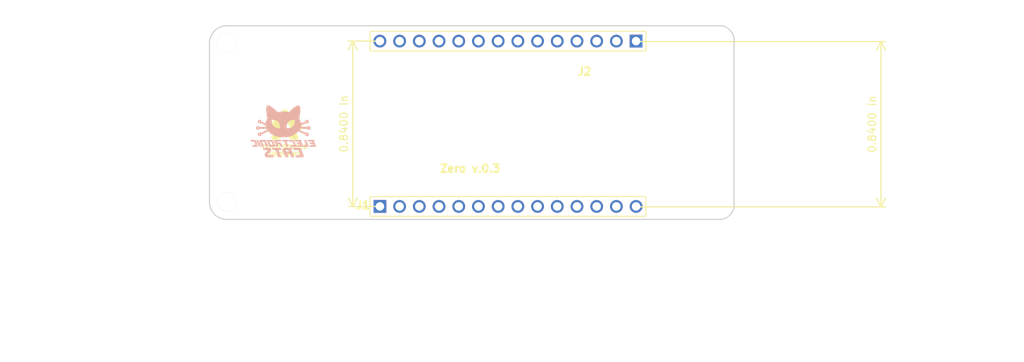
<source format=kicad_pcb>
(kicad_pcb (version 20171130) (host pcbnew 6.0.0-rc1-unknown-bcc8c64~66~ubuntu16.04.1)

  (general
    (thickness 1.6)
    (drawings 43)
    (tracks 0)
    (zones 0)
    (modules 9)
    (nets 29)
  )

  (page A4)
  (title_block
    (title "CatSat Shield")
    (date 2018-10-31)
    (rev 0.3)
    (company "Electronic Cats")
    (comment 1 "Rocio Rosales")
    (comment 2 "Eduardo Contreras")
    (comment 3 "Andres Sabas")
  )

  (layers
    (0 Top signal)
    (31 Bottom signal)
    (32 B.Adhes user)
    (33 F.Adhes user)
    (34 B.Paste user)
    (35 F.Paste user)
    (36 B.SilkS user)
    (37 F.SilkS user)
    (38 B.Mask user)
    (39 F.Mask user)
    (40 Dwgs.User user)
    (41 Cmts.User user)
    (42 Eco1.User user)
    (43 Eco2.User user)
    (44 Edge.Cuts user)
    (45 Margin user)
    (46 B.CrtYd user)
    (47 F.CrtYd user)
    (48 B.Fab user)
    (49 F.Fab user)
  )

  (setup
    (last_trace_width 0.3)
    (trace_clearance 0.2)
    (zone_clearance 0.508)
    (zone_45_only no)
    (trace_min 0.2)
    (via_size 1)
    (via_drill 0.4)
    (via_min_size 0.4)
    (via_min_drill 0.3)
    (uvia_size 0.3)
    (uvia_drill 0.1)
    (uvias_allowed no)
    (uvia_min_size 0.2)
    (uvia_min_drill 0.1)
    (edge_width 0.15)
    (segment_width 0.2)
    (pcb_text_width 0.3)
    (pcb_text_size 1.5 1.5)
    (mod_edge_width 0.15)
    (mod_text_size 1 1)
    (mod_text_width 0.15)
    (pad_size 1.524 1.524)
    (pad_drill 0.762)
    (pad_to_mask_clearance 0.2)
    (solder_mask_min_width 0.25)
    (aux_axis_origin 0 0)
    (visible_elements 7FFFF7FF)
    (pcbplotparams
      (layerselection 0x011fc_ffffffff)
      (usegerberextensions false)
      (usegerberattributes false)
      (usegerberadvancedattributes false)
      (creategerberjobfile false)
      (excludeedgelayer true)
      (linewidth 0.100000)
      (plotframeref false)
      (viasonmask false)
      (mode 1)
      (useauxorigin false)
      (hpglpennumber 1)
      (hpglpenspeed 20)
      (hpglpendiameter 15.000000)
      (psnegative false)
      (psa4output false)
      (plotreference true)
      (plotvalue true)
      (plotinvisibletext false)
      (padsonsilk false)
      (subtractmaskfromsilk false)
      (outputformat 1)
      (mirror false)
      (drillshape 0)
      (scaleselection 1)
      (outputdirectory "Gerbers_catsatzero/"))
  )

  (net 0 "")
  (net 1 GND)
  (net 2 +3V3)
  (net 3 /AREF)
  (net 4 /DAC0/A0)
  (net 5 /A1)
  (net 6 /A2)
  (net 7 /A3)
  (net 8 /A4)
  (net 9 /A5)
  (net 10 /0)
  (net 11 /1)
  (net 12 /~~2)
  (net 13 /~~3)
  (net 14 /~~4)
  (net 15 /~~5)
  (net 16 +5V)
  (net 17 VCC)
  (net 18 /RESET)
  (net 19 /9SCK)
  (net 20 /8MOSI)
  (net 21 /7)
  (net 22 /6)
  (net 23 /TX)
  (net 24 /RX)
  (net 25 /SCL)
  (net 26 /SDA)
  (net 27 /10-INTCCS)
  (net 28 /WAKEA6)

  (net_class Default "This is the default net class."
    (clearance 0.2)
    (trace_width 0.3)
    (via_dia 1)
    (via_drill 0.4)
    (uvia_dia 0.3)
    (uvia_drill 0.1)
    (add_net /0)
    (add_net /1)
    (add_net /10-INTCCS)
    (add_net /6)
    (add_net /7)
    (add_net /8MOSI)
    (add_net /9SCK)
    (add_net /A1)
    (add_net /A2)
    (add_net /A3)
    (add_net /A4)
    (add_net /A5)
    (add_net /AREF)
    (add_net /DAC0/A0)
    (add_net /RESET)
    (add_net /RX)
    (add_net /SCL)
    (add_net /SDA)
    (add_net /TX)
    (add_net /WAKEA6)
    (add_net /~~2)
    (add_net /~~3)
    (add_net /~~4)
    (add_net /~~5)
  )

  (net_class SOURCE ""
    (clearance 0.2)
    (trace_width 0.5)
    (via_dia 1.2)
    (via_drill 0.6)
    (uvia_dia 0.3)
    (uvia_drill 0.1)
    (add_net +3V3)
    (add_net +5V)
    (add_net GND)
    (add_net VCC)
  )

  (module Pines:61301411121 (layer Top) (tedit 5B6CC906) (tstamp 5B694870)
    (at 152.712 112.084)
    (descr "WR-PHD 2.54mm Pin Header, 14 Pins")
    (path /5B6115DB)
    (fp_text reference J1 (at -19.712 0.416) (layer F.SilkS)
      (effects (font (size 1 1) (thickness 0.25)) (justify left bottom))
    )
    (fp_text value " " (at -2.1552 2.5402) (layer F.SilkS)
      (effects (font (size 0.77216 0.77216) (thickness 0.065024)) (justify left bottom))
    )
    (fp_line (start -17.78 1.27) (end 17.78 1.27) (layer F.SilkS) (width 0.127))
    (fp_line (start 17.78 1.27) (end 17.78 -1.27) (layer F.SilkS) (width 0.127))
    (fp_line (start 17.78 -1.27) (end -17.78 -1.27) (layer F.SilkS) (width 0.127))
    (fp_line (start -17.78 -1.27) (end -17.78 1.27) (layer F.SilkS) (width 0.127))
    (fp_text user 1 (at -17.99 0.5) (layer Cmts.User)
      (effects (font (size 0.77216 0.77216) (thickness 0.065024)) (justify left bottom))
    )
    (pad 1 thru_hole rect (at -16.51 0) (size 1.65 1.65) (drill 1.1) (layers *.Cu *.Mask)
      (net 3 /AREF))
    (pad 2 thru_hole circle (at -13.97 0) (size 1.65 1.65) (drill 1.1) (layers *.Cu *.Mask)
      (net 4 /DAC0/A0))
    (pad 3 thru_hole circle (at -11.43 0) (size 1.65 1.65) (drill 1.1) (layers *.Cu *.Mask)
      (net 5 /A1))
    (pad 4 thru_hole circle (at -8.89 0) (size 1.65 1.65) (drill 1.1) (layers *.Cu *.Mask)
      (net 6 /A2))
    (pad 5 thru_hole circle (at -6.35 0) (size 1.65 1.65) (drill 1.1) (layers *.Cu *.Mask)
      (net 7 /A3))
    (pad 6 thru_hole circle (at -3.81 0) (size 1.65 1.65) (drill 1.1) (layers *.Cu *.Mask)
      (net 8 /A4))
    (pad 7 thru_hole circle (at -1.27 0) (size 1.65 1.65) (drill 1.1) (layers *.Cu *.Mask)
      (net 9 /A5))
    (pad 8 thru_hole circle (at 1.27 0) (size 1.65 1.65) (drill 1.1) (layers *.Cu *.Mask)
      (net 28 /WAKEA6))
    (pad 9 thru_hole circle (at 3.81 0) (size 1.65 1.65) (drill 1.1) (layers *.Cu *.Mask)
      (net 10 /0))
    (pad 10 thru_hole circle (at 6.35 0) (size 1.65 1.65) (drill 1.1) (layers *.Cu *.Mask)
      (net 11 /1))
    (pad 11 thru_hole circle (at 8.89 0) (size 1.65 1.65) (drill 1.1) (layers *.Cu *.Mask)
      (net 12 /~~2))
    (pad 12 thru_hole circle (at 11.43 0) (size 1.65 1.65) (drill 1.1) (layers *.Cu *.Mask)
      (net 13 /~~3))
    (pad 13 thru_hole circle (at 13.97 0) (size 1.65 1.65) (drill 1.1) (layers *.Cu *.Mask)
      (net 14 /~~4))
    (pad 14 thru_hole circle (at 16.51 0) (size 1.65 1.65) (drill 1.1) (layers *.Cu *.Mask)
      (net 15 /~~5))
  )

  (module Pines:61301411121 (layer Top) (tedit 5B6CC92A) (tstamp 5B6CE320)
    (at 152.712 90.748 180)
    (descr "WR-PHD 2.54mm Pin Header, 14 Pins")
    (path /5B6115E2)
    (fp_text reference J2 (at -8.832 -4.502 180) (layer F.SilkS)
      (effects (font (size 1 1) (thickness 0.25)) (justify left bottom))
    )
    (fp_text value " " (at -2.1552 2.5402 180) (layer F.SilkS)
      (effects (font (size 0.77216 0.77216) (thickness 0.065024)) (justify left bottom))
    )
    (fp_text user 1 (at -17.99 0.5 180) (layer Cmts.User)
      (effects (font (size 0.77216 0.77216) (thickness 0.065024)) (justify left bottom))
    )
    (fp_line (start -17.78 -1.27) (end -17.78 1.27) (layer F.SilkS) (width 0.127))
    (fp_line (start 17.78 -1.27) (end -17.78 -1.27) (layer F.SilkS) (width 0.127))
    (fp_line (start 17.78 1.27) (end 17.78 -1.27) (layer F.SilkS) (width 0.127))
    (fp_line (start -17.78 1.27) (end 17.78 1.27) (layer F.SilkS) (width 0.127))
    (pad 14 thru_hole circle (at 16.51 0 180) (size 1.65 1.65) (drill 1.1) (layers *.Cu *.Mask)
      (net 16 +5V))
    (pad 13 thru_hole circle (at 13.97 0 180) (size 1.65 1.65) (drill 1.1) (layers *.Cu *.Mask)
      (net 17 VCC))
    (pad 12 thru_hole circle (at 11.43 0 180) (size 1.65 1.65) (drill 1.1) (layers *.Cu *.Mask)
      (net 2 +3V3))
    (pad 11 thru_hole circle (at 8.89 0 180) (size 1.65 1.65) (drill 1.1) (layers *.Cu *.Mask)
      (net 1 GND))
    (pad 10 thru_hole circle (at 6.35 0 180) (size 1.65 1.65) (drill 1.1) (layers *.Cu *.Mask)
      (net 18 /RESET))
    (pad 9 thru_hole circle (at 3.81 0 180) (size 1.65 1.65) (drill 1.1) (layers *.Cu *.Mask)
      (net 23 /TX))
    (pad 8 thru_hole circle (at 1.27 0 180) (size 1.65 1.65) (drill 1.1) (layers *.Cu *.Mask)
      (net 24 /RX))
    (pad 7 thru_hole circle (at -1.27 0 180) (size 1.65 1.65) (drill 1.1) (layers *.Cu *.Mask)
      (net 25 /SCL))
    (pad 6 thru_hole circle (at -3.81 0 180) (size 1.65 1.65) (drill 1.1) (layers *.Cu *.Mask)
      (net 26 /SDA))
    (pad 5 thru_hole circle (at -6.35 0 180) (size 1.65 1.65) (drill 1.1) (layers *.Cu *.Mask)
      (net 27 /10-INTCCS))
    (pad 4 thru_hole circle (at -8.89 0 180) (size 1.65 1.65) (drill 1.1) (layers *.Cu *.Mask)
      (net 19 /9SCK))
    (pad 3 thru_hole circle (at -11.43 0 180) (size 1.65 1.65) (drill 1.1) (layers *.Cu *.Mask)
      (net 20 /8MOSI))
    (pad 2 thru_hole circle (at -13.97 0 180) (size 1.65 1.65) (drill 1.1) (layers *.Cu *.Mask)
      (net 21 /7))
    (pad 1 thru_hole rect (at -16.51 0 180) (size 1.65 1.65) (drill 1.1) (layers *.Cu *.Mask)
      (net 22 /6))
  )

  (module "" (layer Top) (tedit 0) (tstamp 0)
    (at 116.487479 111.5136)
    (fp_text reference @HOLE0 (at 0 0) (layer F.SilkS) hide
      (effects (font (size 1.27 1.27) (thickness 0.15)))
    )
    (fp_text value "" (at 0 0) (layer F.SilkS)
      (effects (font (size 1.27 1.27) (thickness 0.15)))
    )
    (pad "" np_thru_hole circle (at 0 0) (size 2.5 2.5) (drill 2.5) (layers *.Cu))
  )

  (module "" (layer Top) (tedit 0) (tstamp 0)
    (at 116.487479 91.0136)
    (fp_text reference @HOLE1 (at 0.352521 -3.6376) (layer F.SilkS) hide
      (effects (font (size 1.27 1.27) (thickness 0.15)))
    )
    (fp_text value "" (at 0 0) (layer F.SilkS)
      (effects (font (size 1.27 1.27) (thickness 0.15)))
    )
    (pad "" np_thru_hole circle (at 0 0) (size 2.5 2.5) (drill 2.5) (layers *.Cu))
  )

  (module MKRFoxShield_v2:MH_RND_F_2.2MM_NM (layer Top) (tedit 0) (tstamp 5B60DEAE)
    (at 116.487479 111.5136 90)
    (fp_text reference U$5 (at 0 0 90) (layer F.SilkS) hide
      (effects (font (size 1.27 1.27) (thickness 0.15)))
    )
    (fp_text value "" (at 0 0 90) (layer F.SilkS) hide
      (effects (font (size 1.27 1.27) (thickness 0.15)))
    )
    (fp_line (start 0 0.35) (end 0 -0.35) (layer Dwgs.User) (width 0.05))
    (fp_line (start -0.35 0) (end 0.35 0) (layer Dwgs.User) (width 0.05))
    (fp_circle (center 0 0) (end 0.25 0) (layer Dwgs.User) (width 0.05))
    (fp_circle (center 0 0) (end 1.2065 0) (layer Edge.Cuts) (width 0.1))
    (fp_line (start -1.397 1.778) (end 1.778 -1.397) (layer F.Fab) (width 0.1))
    (fp_line (start -1.778 1.397) (end 1.397 -1.778) (layer F.Fab) (width 0.1))
    (fp_line (start -1.397 1.778) (end 1.778 -1.397) (layer F.Fab) (width 0.1))
    (fp_line (start -1.778 1.397) (end 1.397 -1.778) (layer F.Fab) (width 0.1))
    (fp_circle (center 0 0) (end 2.25 0) (layer F.Fab) (width 0.1))
    (fp_poly (pts (xy -1.2065 0) (xy -1.183317 0.235376) (xy -1.114661 0.461708) (xy -1.003168 0.670295)
      (xy -0.853124 0.853124) (xy -0.670295 1.003168) (xy -0.461708 1.114661) (xy 0 1.2065)
      (xy 0.235376 1.183317) (xy 0.461708 1.114661) (xy 0.670295 1.003168) (xy 0.853124 0.853124)
      (xy 1.003168 0.670295) (xy 1.114661 0.461708) (xy 1.2065 0) (xy 1.183317 -0.235376)
      (xy 1.114661 -0.461708) (xy 1.003168 -0.670295) (xy 0.853124 -0.853124) (xy 0.670295 -1.003168)
      (xy 0.461708 -1.114661) (xy 0 -1.2065) (xy -0.235376 -1.183317) (xy -0.461708 -1.114661)
      (xy -0.670295 -1.003168) (xy -0.853124 -0.853124) (xy -1.003168 -0.670295) (xy -1.114661 -0.461708)) (layer B.Mask) (width 0))
    (fp_poly (pts (xy -1.2065 0) (xy -1.183317 0.235376) (xy -1.114661 0.461708) (xy -1.003168 0.670295)
      (xy -0.853124 0.853124) (xy -0.670295 1.003168) (xy -0.461708 1.114661) (xy 0 1.2065)
      (xy 0.235376 1.183317) (xy 0.461708 1.114661) (xy 0.670295 1.003168) (xy 0.853124 0.853124)
      (xy 1.003168 0.670295) (xy 1.114661 0.461708) (xy 1.2065 0) (xy 1.183317 -0.235376)
      (xy 1.114661 -0.461708) (xy 1.003168 -0.670295) (xy 0.853124 -0.853124) (xy 0.670295 -1.003168)
      (xy 0.461708 -1.114661) (xy 0 -1.2065) (xy -0.235376 -1.183317) (xy -0.461708 -1.114661)
      (xy -0.670295 -1.003168) (xy -0.853124 -0.853124) (xy -1.003168 -0.670295) (xy -1.114661 -0.461708)) (layer F.Mask) (width 0))
  )

  (module MKRFoxShield_v2:MH_RND_F_2.2MM_NM (layer Top) (tedit 0) (tstamp 5B60DEBC)
    (at 116.487479 91.0136 90)
    (fp_text reference U$6 (at 0 0 90) (layer F.SilkS) hide
      (effects (font (size 1.27 1.27) (thickness 0.15)))
    )
    (fp_text value "" (at 0 0 90) (layer F.SilkS) hide
      (effects (font (size 1.27 1.27) (thickness 0.15)))
    )
    (fp_line (start 0 0.35) (end 0 -0.35) (layer Dwgs.User) (width 0.05))
    (fp_line (start -0.35 0) (end 0.35 0) (layer Dwgs.User) (width 0.05))
    (fp_circle (center 0 0) (end 0.25 0) (layer Dwgs.User) (width 0.05))
    (fp_circle (center 0 0) (end 1.2065 0) (layer Edge.Cuts) (width 0.1))
    (fp_line (start -1.397 1.778) (end 1.778 -1.397) (layer F.Fab) (width 0.1))
    (fp_line (start -1.778 1.397) (end 1.397 -1.778) (layer F.Fab) (width 0.1))
    (fp_line (start -1.397 1.778) (end 1.778 -1.397) (layer F.Fab) (width 0.1))
    (fp_line (start -1.778 1.397) (end 1.397 -1.778) (layer F.Fab) (width 0.1))
    (fp_circle (center 0 0) (end 2.25 0) (layer F.Fab) (width 0.1))
    (fp_poly (pts (xy -1.2065 0) (xy -1.183317 0.235376) (xy -1.114661 0.461708) (xy -1.003168 0.670295)
      (xy -0.853124 0.853124) (xy -0.670295 1.003168) (xy -0.461708 1.114661) (xy 0 1.2065)
      (xy 0.235376 1.183317) (xy 0.461708 1.114661) (xy 0.670295 1.003168) (xy 0.853124 0.853124)
      (xy 1.003168 0.670295) (xy 1.114661 0.461708) (xy 1.2065 0) (xy 1.183317 -0.235376)
      (xy 1.114661 -0.461708) (xy 1.003168 -0.670295) (xy 0.853124 -0.853124) (xy 0.670295 -1.003168)
      (xy 0.461708 -1.114661) (xy 0 -1.2065) (xy -0.235376 -1.183317) (xy -0.461708 -1.114661)
      (xy -0.670295 -1.003168) (xy -0.853124 -0.853124) (xy -1.003168 -0.670295) (xy -1.114661 -0.461708)) (layer B.Mask) (width 0))
    (fp_poly (pts (xy -1.2065 0) (xy -1.183317 0.235376) (xy -1.114661 0.461708) (xy -1.003168 0.670295)
      (xy -0.853124 0.853124) (xy -0.670295 1.003168) (xy -0.461708 1.114661) (xy 0 1.2065)
      (xy 0.235376 1.183317) (xy 0.461708 1.114661) (xy 0.670295 1.003168) (xy 0.853124 0.853124)
      (xy 1.003168 0.670295) (xy 1.114661 0.461708) (xy 1.2065 0) (xy 1.183317 -0.235376)
      (xy 1.114661 -0.461708) (xy 1.003168 -0.670295) (xy 0.853124 -0.853124) (xy 0.670295 -1.003168)
      (xy 0.461708 -1.114661) (xy 0 -1.2065) (xy -0.235376 -1.183317) (xy -0.461708 -1.114661)
      (xy -0.670295 -1.003168) (xy -0.853124 -0.853124) (xy -1.003168 -0.670295) (xy -1.114661 -0.461708)) (layer F.Mask) (width 0))
  )

  (module MKRFoxShield_v2:FRAME (layer Top) (tedit 0) (tstamp 5B60DEE6)
    (at 87.488917 114.1286)
    (path /5B60DF55/46144B51)
    (fp_text reference FRAME1 (at 31.891083 3.9814) (layer F.SilkS) hide
      (effects (font (size 1.27 1.27) (thickness 0.15)))
    )
    (fp_text value "Page 1" (at 41.797083 3.9814) (layer F.SilkS) hide
      (effects (font (size 1.27 1.27) (thickness 0.15)))
    )
    (fp_text user "Reference Designs ARE PROVIDED \"AS IS\" AND \"WITH ALL FAULTS. Arduino LLC DISCLAIMS ALL OTHER WARRANTIES, EXPRESS OR IMPLIED,\nREGARDING PRODUCTS, INCLUDING BUT NOT LIMITED TO, ANY IMPLIED WARRANTIES OF MERCHANTABILITY OR FITNESS FOR A \nPARTICULAR PURPOSE \nArduino LLC may make changes to specifications and product descriptions at any time, without notice. The Customer must not\nrely on the absence or characteristics of any features or instructions marked \"reserved\" or \"undefined.\" Arduino LLC reserves\nthese for future definition and shall have no responsibility whatsoever for conflicts or incompatibilities arising from future changes to them.\nThe product information on the Web Site or Materials is subject to change without notice. Do not finalize a design with this info" (at 0 17.78) (layer F.Fab)
      (effects (font (size 1.2065 1.2065) (thickness 0.1016)) (justify left bottom))
    )
    (fp_text user "Reference Designs ARE PROVIDED \"AS IS\" AND \"WITH ALL FAULTS. Arduino LLC DISCLAIMS ALL OTHER WARRANTIES, EXPRESS OR IMPLIED,\nREGARDING PRODUCTS, INCLUDING BUT NOT LIMITED TO, ANY IMPLIED WARRANTIES OF MERCHANTABILITY OR FITNESS FOR A \nPARTICULAR PURPOSE \nArduino LLC may make changes to specifications and product descriptions at any time, without notice. The Customer must not\nrely on the absence or characteristics of any features or instructions marked \"reserved\" or \"undefined.\" Arduino LLC reserves\nthese for future definition and shall have no responsibility whatsoever for conflicts or incompatibilities arising from future changes to them.\nThe product information on the Web Site or Materials is subject to change without notice. Do not finalize a design with this info" (at 0 17.78) (layer F.Fab)
      (effects (font (size 1.2065 1.2065) (thickness 0.1016)) (justify left bottom))
    )
  )

  (module Aesthetics:electronic_cats_logo_8x6 (layer Bottom) (tedit 0) (tstamp 5B67FCCE)
    (at 123.75 102.4 180)
    (fp_text reference G*** (at 0 0 180) (layer B.SilkS) hide
      (effects (font (size 1.524 1.524) (thickness 0.3)) (justify mirror))
    )
    (fp_text value LOGO (at 0.75 0 180) (layer B.SilkS) hide
      (effects (font (size 1.524 1.524) (thickness 0.3)) (justify mirror))
    )
    (fp_poly (pts (xy 1.989366 3.352204) (xy 2.019084 3.349875) (xy 2.042335 3.345004) (xy 2.061513 3.336782)
      (xy 2.079009 3.3244) (xy 2.097216 3.307049) (xy 2.102479 3.301498) (xy 2.125948 3.271657)
      (xy 2.145863 3.23562) (xy 2.16273 3.192108) (xy 2.177053 3.139842) (xy 2.188133 3.084568)
      (xy 2.191237 3.064337) (xy 2.193646 3.042434) (xy 2.195434 3.017185) (xy 2.196676 2.986917)
      (xy 2.197446 2.949955) (xy 2.197817 2.904625) (xy 2.19788 2.864556) (xy 2.197566 2.805925)
      (xy 2.196572 2.752405) (xy 2.194741 2.701788) (xy 2.191915 2.651866) (xy 2.18794 2.600431)
      (xy 2.182659 2.545276) (xy 2.175914 2.484193) (xy 2.167551 2.414974) (xy 2.164109 2.3876)
      (xy 2.160689 2.360867) (xy 2.15728 2.334824) (xy 2.153731 2.30845) (xy 2.149893 2.280726)
      (xy 2.145613 2.25063) (xy 2.140742 2.217141) (xy 2.135129 2.179239) (xy 2.128623 2.135903)
      (xy 2.121073 2.086113) (xy 2.11233 2.028847) (xy 2.102241 1.963085) (xy 2.090656 1.887807)
      (xy 2.082867 1.837267) (xy 2.053274 1.645356) (xy 2.088713 1.589184) (xy 2.120103 1.535688)
      (xy 2.151663 1.475113) (xy 2.1815 1.411482) (xy 2.207718 1.348813) (xy 2.226818 1.296066)
      (xy 2.237211 1.262413) (xy 2.247582 1.225151) (xy 2.257396 1.186605) (xy 2.266117 1.149099)
      (xy 2.273209 1.114958) (xy 2.278138 1.086508) (xy 2.280367 1.066072) (xy 2.280442 1.063269)
      (xy 2.282074 1.048737) (xy 2.285238 1.039618) (xy 2.288749 1.038992) (xy 2.297303 1.041096)
      (xy 2.311542 1.046206) (xy 2.332105 1.0546) (xy 2.359633 1.066558) (xy 2.394766 1.082356)
      (xy 2.438146 1.102273) (xy 2.490412 1.126587) (xy 2.550187 1.154626) (xy 2.764747 1.25557)
      (xy 2.970375 1.25557) (xy 2.976069 1.230382) (xy 2.989483 1.2087) (xy 3.008841 1.192012)
      (xy 3.032365 1.181809) (xy 3.058278 1.179578) (xy 3.084802 1.186808) (xy 3.087293 1.188043)
      (xy 3.110127 1.205274) (xy 3.124412 1.227384) (xy 3.130402 1.252184) (xy 3.128351 1.277485)
      (xy 3.118514 1.3011) (xy 3.101144 1.320838) (xy 3.076495 1.334513) (xy 3.070062 1.336506)
      (xy 3.043413 1.338248) (xy 3.017371 1.33048) (xy 2.994729 1.314768) (xy 2.978279 1.292675)
      (xy 2.974181 1.282776) (xy 2.970375 1.25557) (xy 2.764747 1.25557) (xy 2.810427 1.277061)
      (xy 2.816989 1.308808) (xy 2.832186 1.356359) (xy 2.856271 1.398705) (xy 2.887892 1.434918)
      (xy 2.925702 1.464072) (xy 2.96835 1.485242) (xy 3.014486 1.4975) (xy 3.062762 1.49992)
      (xy 3.090537 1.496576) (xy 3.14098 1.481955) (xy 3.18558 1.458351) (xy 3.22345 1.426817)
      (xy 3.253706 1.388407) (xy 3.275463 1.344175) (xy 3.287834 1.295174) (xy 3.290435 1.258712)
      (xy 3.285118 1.207336) (xy 3.269791 1.159823) (xy 3.24539 1.117275) (xy 3.21285 1.080794)
      (xy 3.173107 1.05148) (xy 3.127098 1.030436) (xy 3.088128 1.020584) (xy 3.039364 1.017539)
      (xy 2.991136 1.025424) (xy 2.943652 1.043827) (xy 2.90986 1.060556) (xy 2.602163 0.91613)
      (xy 2.546845 0.890077) (xy 2.494488 0.865247) (xy 2.446003 0.842084) (xy 2.402299 0.821032)
      (xy 2.364289 0.802532) (xy 2.332883 0.787029) (xy 2.308991 0.774965) (xy 2.293525 0.766785)
      (xy 2.287411 0.762952) (xy 2.282251 0.751097) (xy 2.280301 0.736933) (xy 2.279142 0.724553)
      (xy 2.276041 0.704132) (xy 2.271488 0.678653) (xy 2.266744 0.654756) (xy 2.261556 0.629323)
      (xy 2.257475 0.608366) (xy 2.254917 0.594092) (xy 2.254288 0.588715) (xy 2.259957 0.588372)
      (xy 2.276013 0.58774) (xy 2.30156 0.586849) (xy 2.335702 0.585727) (xy 2.377542 0.584401)
      (xy 2.426182 0.582899) (xy 2.480727 0.58125) (xy 2.54028 0.579481) (xy 2.603943 0.577622)
      (xy 2.658518 0.57605) (xy 2.735773 0.573851) (xy 2.802521 0.571988) (xy 2.859543 0.570457)
      (xy 2.907615 0.569256) (xy 2.947516 0.568379) (xy 2.980025 0.567826) (xy 3.005919 0.567591)
      (xy 3.025976 0.567671) (xy 3.040976 0.568064) (xy 3.051695 0.568766) (xy 3.058913 0.569774)
      (xy 3.063407 0.571084) (xy 3.065955 0.572692) (xy 3.067175 0.574295) (xy 3.08166 0.594021)
      (xy 3.102925 0.615582) (xy 3.127565 0.635947) (xy 3.152172 0.652086) (xy 3.158049 0.655168)
      (xy 3.206984 0.673509) (xy 3.256405 0.681316) (xy 3.304988 0.679023) (xy 3.351406 0.667068)
      (xy 3.394337 0.645888) (xy 3.432454 0.615917) (xy 3.464433 0.577593) (xy 3.481121 0.548773)
      (xy 3.490266 0.529836) (xy 3.496322 0.514982) (xy 3.499924 0.500971) (xy 3.501709 0.484561)
      (xy 3.502315 0.462511) (xy 3.502378 0.44056) (xy 3.502186 0.411784) (xy 3.501239 0.391102)
      (xy 3.498976 0.37532) (xy 3.494839 0.361243) (xy 3.488269 0.345678) (xy 3.484267 0.337122)
      (xy 3.457676 0.293342) (xy 3.42381 0.2573) (xy 3.384056 0.229493) (xy 3.339803 0.21042)
      (xy 3.292439 0.20058) (xy 3.243352 0.200471) (xy 3.193928 0.210592) (xy 3.164045 0.222077)
      (xy 3.141265 0.235574) (xy 3.115538 0.255633) (xy 3.090118 0.279379) (xy 3.068257 0.30394)
      (xy 3.062071 0.312167) (xy 3.050822 0.328) (xy 2.672644 0.338895) (xy 2.585267 0.341402)
      (xy 2.508482 0.343572) (xy 2.441601 0.345406) (xy 2.383932 0.346905) (xy 2.334785 0.34807)
      (xy 2.29347 0.348902) (xy 2.259295 0.349401) (xy 2.231572 0.349569) (xy 2.209608 0.349408)
      (xy 2.192715 0.348917) (xy 2.1802 0.348098) (xy 2.171375 0.346952) (xy 2.165548 0.34548)
      (xy 2.162029 0.343683) (xy 2.160127 0.341562) (xy 2.159313 0.339654) (xy 2.155361 0.330988)
      (xy 2.146944 0.314803) (xy 2.135263 0.293342) (xy 2.121519 0.26885) (xy 2.120247 0.266618)
      (xy 2.084451 0.203884) (xy 2.497034 0.009588) (xy 2.909618 -0.184708) (xy 2.94109 -0.168715)
      (xy 2.988923 -0.150321) (xy 3.038006 -0.142366) (xy 3.086828 -0.144492) (xy 3.133879 -0.156339)
      (xy 3.177646 -0.17755) (xy 3.216621 -0.207765) (xy 3.245349 -0.240953) (xy 3.264636 -0.271377)
      (xy 3.277451 -0.301116) (xy 3.284809 -0.333648) (xy 3.287727 -0.372453) (xy 3.287889 -0.386644)
      (xy 3.287622 -0.41336) (xy 3.28629 -0.432644) (xy 3.283096 -0.448347) (xy 3.277243 -0.464322)
      (xy 3.267933 -0.484423) (xy 3.267451 -0.485422) (xy 3.240554 -0.529417) (xy 3.207027 -0.565416)
      (xy 3.168241 -0.593153) (xy 3.125563 -0.612362) (xy 3.080362 -0.622778) (xy 3.034007 -0.624133)
      (xy 2.987866 -0.616163) (xy 2.943308 -0.5986) (xy 2.901701 -0.57118) (xy 2.888049 -0.559166)
      (xy 2.857914 -0.525398) (xy 2.835629 -0.487581) (xy 2.819404 -0.442618) (xy 2.818224 -0.43828)
      (xy 2.808111 -0.400269) (xy 2.780388 -0.387206) (xy 2.972097 -0.387206) (xy 2.977097 -0.411977)
      (xy 2.990285 -0.434597) (xy 3.011069 -0.452328) (xy 3.036037 -0.461415) (xy 3.063493 -0.461528)
      (xy 3.089231 -0.452785) (xy 3.093732 -0.450031) (xy 3.114629 -0.430398) (xy 3.126587 -0.407025)
      (xy 3.130203 -0.381965) (xy 3.126076 -0.357268) (xy 3.114805 -0.334988) (xy 3.096988 -0.317175)
      (xy 3.073223 -0.305881) (xy 3.050822 -0.302918) (xy 3.023068 -0.307658) (xy 3.000772 -0.320509)
      (xy 2.984481 -0.339419) (xy 2.97474 -0.362336) (xy 2.972097 -0.387206) (xy 2.780388 -0.387206)
      (xy 1.940657 0.008467) (xy 1.852273 -0.079256) (xy 1.794149 -0.135319) (xy 1.739063 -0.184728)
      (xy 1.683732 -0.230169) (xy 1.624873 -0.274324) (xy 1.559204 -0.319878) (xy 1.552222 -0.324556)
      (xy 1.416925 -0.408329) (xy 1.274403 -0.483819) (xy 1.125332 -0.550802) (xy 0.97039 -0.609056)
      (xy 0.810253 -0.65836) (xy 0.6456 -0.698489) (xy 0.477106 -0.729222) (xy 0.30545 -0.750337)
      (xy 0.239889 -0.755766) (xy 0.198028 -0.758337) (xy 0.149875 -0.760574) (xy 0.098203 -0.76241)
      (xy 0.045782 -0.763775) (xy -0.004615 -0.764603) (xy -0.050218 -0.764826) (xy -0.088253 -0.764375)
      (xy -0.098778 -0.764063) (xy -0.28051 -0.752667) (xy -0.45801 -0.731674) (xy -0.630909 -0.701195)
      (xy -0.798838 -0.661342) (xy -0.961428 -0.612226) (xy -1.118308 -0.55396) (xy -1.269109 -0.486654)
      (xy -1.413463 -0.410421) (xy -1.550999 -0.325373) (xy -1.552222 -0.324556) (xy -1.618743 -0.278718)
      (xy -1.678128 -0.234544) (xy -1.733661 -0.18935) (xy -1.788625 -0.140452) (xy -1.846303 -0.085167)
      (xy -1.852273 -0.079256) (xy -1.940657 0.008467) (xy -2.808111 -0.400269) (xy -2.818224 -0.43828)
      (xy -2.834007 -0.484008) (xy -2.855696 -0.522322) (xy -2.885079 -0.556319) (xy -2.888049 -0.559166)
      (xy -2.928293 -0.590109) (xy -2.97197 -0.611101) (xy -3.017711 -0.622407) (xy -3.064147 -0.624295)
      (xy -3.109909 -0.617031) (xy -3.153629 -0.600879) (xy -3.193938 -0.576107) (xy -3.229467 -0.54298)
      (xy -3.258848 -0.501764) (xy -3.267452 -0.485422) (xy -3.276925 -0.465062) (xy -3.282908 -0.44899)
      (xy -3.286199 -0.433354) (xy -3.287593 -0.4143) (xy -3.287889 -0.387976) (xy -3.287889 -0.387748)
      (xy -3.131298 -0.387748) (xy -3.125281 -0.411168) (xy -3.112453 -0.432004) (xy -3.094234 -0.448666)
      (xy -3.072046 -0.459568) (xy -3.04731 -0.463121) (xy -3.021449 -0.457737) (xy -3.014298 -0.454462)
      (xy -2.993773 -0.438343) (xy -2.97949 -0.416138) (xy -2.972254 -0.390814) (xy -2.97287 -0.365333)
      (xy -2.982143 -0.342662) (xy -2.983438 -0.34085) (xy -3.006463 -0.317543) (xy -3.031967 -0.304694)
      (xy -3.058461 -0.302318) (xy -3.084453 -0.310431) (xy -3.108453 -0.329048) (xy -3.117209 -0.339504)
      (xy -3.129081 -0.36333) (xy -3.131298 -0.387748) (xy -3.287889 -0.387748) (xy -3.287889 -0.386644)
      (xy -3.286168 -0.345121) (xy -3.28033 -0.310974) (xy -3.269357 -0.280725) (xy -3.252235 -0.250896)
      (xy -3.24535 -0.240953) (xy -3.211751 -0.203225) (xy -3.17205 -0.174191) (xy -3.127757 -0.154209)
      (xy -3.080382 -0.143638) (xy -3.031438 -0.142837) (xy -2.982434 -0.152164) (xy -2.94109 -0.168715)
      (xy -2.909618 -0.184708) (xy -2.497035 0.009588) (xy -2.084451 0.203884) (xy -2.120247 0.266618)
      (xy -2.134116 0.29127) (xy -2.146027 0.313088) (xy -2.154781 0.32983) (xy -2.159175 0.33925)
      (xy -2.159313 0.339654) (xy -2.160424 0.342031) (xy -2.162606 0.344084) (xy -2.166549 0.345814)
      (xy -2.172943 0.347218) (xy -2.18248 0.348295) (xy -2.19585 0.349046) (xy -2.213743 0.349468)
      (xy -2.236849 0.349562) (xy -2.265859 0.349324) (xy -2.301464 0.348756) (xy -2.344353 0.347855)
      (xy -2.395218 0.346621) (xy -2.454749 0.345052) (xy -2.523636 0.343148) (xy -2.60257 0.340908)
      (xy -2.672645 0.338895) (xy -3.050822 0.328) (xy -3.062071 0.312167) (xy -3.081926 0.287997)
      (xy -3.106475 0.26364) (xy -3.132464 0.241969) (xy -3.156641 0.225858) (xy -3.164046 0.222077)
      (xy -3.212988 0.205434) (xy -3.262446 0.199327) (xy -3.311032 0.203258) (xy -3.357358 0.216727)
      (xy -3.400036 0.239235) (xy -3.437677 0.270285) (xy -3.468895 0.309378) (xy -3.484267 0.337122)
      (xy -3.492147 0.354448) (xy -3.497336 0.368813) (xy -3.500393 0.383413) (xy -3.501877 0.40144)
      (xy -3.502348 0.426089) (xy -3.502378 0.44056) (xy -3.502377 0.440904) (xy -3.34611 0.440904)
      (xy -3.345536 0.429801) (xy -3.341837 0.411823) (xy -3.333776 0.397408) (xy -3.31971 0.382622)
      (xy -3.304524 0.369771) (xy -3.291658 0.363395) (xy -3.276124 0.361363) (xy -3.269763 0.361282)
      (xy -3.244029 0.364535) (xy -3.226598 0.371957) (xy -3.20584 0.391433) (xy -3.193315 0.415434)
      (xy -3.188977 0.441551) (xy -3.192778 0.467378) (xy -3.20467 0.490505) (xy -3.224605 0.508524)
      (xy -3.229353 0.511201) (xy -3.257048 0.520011) (xy -3.28392 0.518878) (xy -3.308117 0.509102)
      (xy -3.327784 0.491982) (xy -3.341066 0.468816) (xy -3.34611 0.440904) (xy -3.502377 0.440904)
      (xy -3.502237 0.468898) (xy -3.501389 0.489189) (xy -3.499197 0.504673) (xy -3.495025 0.518591)
      (xy -3.488236 0.534185) (xy -3.481122 0.548773) (xy -3.453784 0.592233) (xy -3.419457 0.627619)
      (xy -3.379466 0.654496) (xy -3.335136 0.672427) (xy -3.287791 0.680976) (xy -3.238756 0.679706)
      (xy -3.189356 0.668182) (xy -3.158049 0.655168) (xy -3.133996 0.640597) (xy -3.109041 0.621024)
      (xy -3.086589 0.59948) (xy -3.070045 0.578997) (xy -3.067175 0.574295) (xy -3.06567 0.572435)
      (xy -3.062882 0.57087) (xy -3.058033 0.569605) (xy -3.050344 0.568643) (xy -3.039039 0.567986)
      (xy -3.023338 0.56764) (xy -3.002463 0.567605) (xy -2.975637 0.567887) (xy -2.94208 0.568489)
      (xy -2.901015 0.569413) (xy -2.851664 0.570664) (xy -2.793247 0.572244) (xy -2.724988 0.574156)
      (xy -2.658518 0.57605) (xy -2.592156 0.577964) (xy -2.529171 0.579809) (xy -2.470458 0.581558)
      (xy -2.416915 0.583182) (xy -2.369439 0.584655) (xy -2.328926 0.585946) (xy -2.296274 0.587029)
      (xy -2.272378 0.587875) (xy -2.258135 0.588456) (xy -2.254288 0.588715) (xy -2.254957 0.594337)
      (xy -2.257556 0.608796) (xy -2.261668 0.629885) (xy -2.266744 0.654756) (xy -2.272157 0.682207)
      (xy -2.276545 0.707188) (xy -2.279418 0.726716) (xy -2.280301 0.736933) (xy -2.282578 0.752293)
      (xy -2.287411 0.762952) (xy -2.293672 0.766867) (xy -2.309257 0.775102) (xy -2.333255 0.787214)
      (xy -2.364756 0.80276) (xy -2.402848 0.821297) (xy -2.446621 0.842381) (xy -2.495164 0.865569)
      (xy -2.547567 0.890418) (xy -2.602164 0.91613) (xy -2.909861 1.060556) (xy -2.943653 1.043827)
      (xy -2.992236 1.025121) (xy -3.040466 1.017488) (xy -3.088128 1.020584) (xy -3.138312 1.034536)
      (xy -3.182948 1.057603) (xy -3.221098 1.088682) (xy -3.251828 1.126673) (xy -3.274202 1.170474)
      (xy -3.287283 1.218984) (xy -3.289996 1.253185) (xy -3.130895 1.253185) (xy -3.124836 1.227381)
      (xy -3.118167 1.214993) (xy -3.099314 1.195808) (xy -3.074504 1.183882) (xy -3.04709 1.180082)
      (xy -3.020422 1.185281) (xy -3.014352 1.188043) (xy -2.990997 1.205478) (xy -2.976457 1.227597)
      (xy -2.970528 1.252294) (xy -2.973005 1.277464) (xy -2.983683 1.301003) (xy -3.002358 1.320806)
      (xy -3.028605 1.334691) (xy -3.055451 1.3388) (xy -3.080166 1.333442) (xy -3.10141 1.320408)
      (xy -3.117841 1.301492) (xy -3.128116 1.278487) (xy -3.130895 1.253185) (xy -3.289996 1.253185)
      (xy -3.290435 1.258712) (xy -3.28515 1.310521) (xy -3.269882 1.358228) (xy -3.245518 1.400791)
      (xy -3.212941 1.437171) (xy -3.173036 1.466324) (xy -3.126687 1.48721) (xy -3.088188 1.496829)
      (xy -3.038882 1.499856) (xy -2.991176 1.49252) (xy -2.946402 1.475742) (xy -2.905889 1.450445)
      (xy -2.870966 1.417551) (xy -2.842965 1.377981) (xy -2.823215 1.332659) (xy -2.81699 1.308808)
      (xy -2.810427 1.277061) (xy -2.550377 1.154715) (xy -2.499858 1.131006) (xy -2.452495 1.108893)
      (xy -2.409255 1.08882) (xy -2.371105 1.071228) (xy -2.339012 1.056563) (xy -2.313944 1.045268)
      (xy -2.296868 1.037787) (xy -2.288751 1.034562) (xy -2.288212 1.034485) (xy -2.286519 1.040541)
      (xy -2.283424 1.055549) (xy -2.279351 1.077324) (xy -2.274723 1.103678) (xy -2.274203 1.106734)
      (xy -2.250155 1.21703) (xy -2.21574 1.327141) (xy -2.171761 1.434996) (xy -1.501205 1.434996)
      (xy -1.500942 1.403993) (xy -1.499994 1.368309) (xy -1.49845 1.330137) (xy -1.496401 1.291664)
      (xy -1.493938 1.25508) (xy -1.491149 1.222576) (xy -1.488126 1.19634) (xy -1.487764 1.1938)
      (xy -1.467713 1.084629) (xy -1.440784 0.984365) (xy -1.406947 0.892939) (xy -1.366172 0.810284)
      (xy -1.31843 0.736332) (xy -1.263691 0.671015) (xy -1.253197 0.660274) (xy -1.188315 0.603292)
      (xy -1.114891 0.553429) (xy -1.03326 0.510837) (xy -0.943763 0.475667) (xy -0.846737 0.448071)
      (xy -0.742519 0.4282) (xy -0.730956 0.426538) (xy -0.698942 0.422148) (xy -0.673089 0.418907)
      (xy -0.650651 0.416655) (xy -0.628881 0.415227) (xy -0.605036 0.414461) (xy -0.576367 0.414195)
      (xy -0.540131 0.414267) (xy -0.524933 0.414343) (xy -0.426156 0.414867) (xy -0.424547 0.510823)
      (xy -0.424654 0.516031) (xy 0.423333 0.516031) (xy 0.42357 0.484055) (xy 0.424226 0.456032)
      (xy 0.425219 0.433903) (xy 0.426468 0.419609) (xy 0.427567 0.41515) (xy 0.43481 0.413532)
      (xy 0.451527 0.412626) (xy 0.475929 0.412368) (xy 0.506228 0.412694) (xy 0.540636 0.41354)
      (xy 0.577363 0.414843) (xy 0.614621 0.416539) (xy 0.650623 0.418564) (xy 0.683579 0.420855)
      (xy 0.7117 0.423347) (xy 0.733199 0.425977) (xy 0.733778 0.426066) (xy 0.753821 0.429931)
      (xy 3.188953 0.429931) (xy 3.197092 0.404895) (xy 3.212861 0.383805) (xy 3.235108 0.368689)
      (xy 3.262681 0.361574) (xy 3.269763 0.361282) (xy 3.287207 0.362373) (xy 3.300385 0.367124)
      (xy 3.314285 0.377667) (xy 3.31971 0.382622) (xy 3.338598 0.406876) (xy 3.346774 0.433793)
      (xy 3.344006 0.462233) (xy 3.338732 0.476068) (xy 3.32265 0.498265) (xy 3.300755 0.512761)
      (xy 3.275552 0.519415) (xy 3.249548 0.51809) (xy 3.22525 0.508646) (xy 3.205164 0.490945)
      (xy 3.200171 0.483738) (xy 3.189595 0.456888) (xy 3.188953 0.429931) (xy 0.753821 0.429931)
      (xy 0.841346 0.446808) (xy 0.940097 0.474472) (xy 1.030222 0.509253) (xy 1.111914 0.551348)
      (xy 1.185364 0.60095) (xy 1.250764 0.658256) (xy 1.308307 0.723462) (xy 1.358184 0.796763)
      (xy 1.400587 0.878354) (xy 1.435709 0.968431) (xy 1.463741 1.067189) (xy 1.484875 1.174824)
      (xy 1.487764 1.1938) (xy 1.490808 1.219166) (xy 1.493628 1.251055) (xy 1.496134 1.287277)
      (xy 1.498236 1.325643) (xy 1.499843 1.363963) (xy 1.500865 1.400048) (xy 1.501212 1.431707)
      (xy 1.500794 1.456752) (xy 1.49952 1.472992) (xy 1.499313 1.474207) (xy 1.495536 1.494341)
      (xy 1.446268 1.498054) (xy 1.411073 1.499289) (xy 1.367656 1.498582) (xy 1.31888 1.49613)
      (xy 1.267607 1.492127) (xy 1.216701 1.486768) (xy 1.169024 1.48025) (xy 1.157111 1.478322)
      (xy 1.059722 1.457828) (xy 0.968006 1.430193) (xy 0.88285 1.395823) (xy 0.80514 1.355124)
      (xy 0.735765 1.308501) (xy 0.679178 1.259865) (xy 0.622317 1.196757) (xy 0.572212 1.124996)
      (xy 0.529042 1.045107) (xy 0.492988 0.957615) (xy 0.46423 0.863042) (xy 0.442949 0.761915)
      (xy 0.429324 0.654756) (xy 0.423537 0.542091) (xy 0.423333 0.516031) (xy -0.424654 0.516031)
      (xy -0.426799 0.620147) (xy -0.437111 0.725559) (xy -0.455231 0.826315) (xy -0.480905 0.92167)
      (xy -0.513879 1.010878) (xy -0.553902 1.093196) (xy -0.600719 1.167877) (xy -0.654079 1.234179)
      (xy -0.679111 1.260063) (xy -0.738777 1.311019) (xy -0.807687 1.356726) (xy -0.88487 1.39674)
      (xy -0.969356 1.430618) (xy -1.060174 1.457918) (xy -1.156354 1.478195) (xy -1.157111 1.478322)
      (xy -1.20343 1.485119) (xy -1.253748 1.490809) (xy -1.305204 1.495196) (xy -1.354933 1.498086)
      (xy -1.400075 1.499281) (xy -1.437765 1.498588) (xy -1.446268 1.498054) (xy -1.495536 1.494341)
      (xy -1.499313 1.474207) (xy -1.500692 1.459131) (xy -1.501205 1.434996) (xy -2.171761 1.434996)
      (xy -2.171732 1.435065) (xy -2.118904 1.538798) (xy -2.085603 1.594556) (xy -2.053513 1.645356)
      (xy -2.074084 1.783645) (xy -2.090547 1.894644) (xy -2.105351 1.995298) (xy -2.118584 2.086414)
      (xy -2.13033 2.168799) (xy -2.140676 2.243262) (xy -2.149708 2.310609) (xy -2.157513 2.37165)
      (xy -2.164176 2.42719) (xy -2.169785 2.478038) (xy -2.174424 2.525002) (xy -2.17818 2.568888)
      (xy -2.18114 2.610506) (xy -2.183389 2.650661) (xy -2.185014 2.690163) (xy -2.186101 2.729818)
      (xy -2.186736 2.770435) (xy -2.187006 2.81282) (xy -2.187025 2.841978) (xy -2.186851 2.896442)
      (xy -2.186413 2.941167) (xy -2.185647 2.977701) (xy -2.184487 3.007592) (xy -2.182866 3.032388)
      (xy -2.180718 3.053638) (xy -2.177979 3.072889) (xy -2.176938 3.079045) (xy -2.162949 3.145836)
      (xy -2.146048 3.202308) (xy -2.125895 3.249136) (xy -2.10215 3.286992) (xy -2.074471 3.316551)
      (xy -2.046988 3.336005) (xy -2.034943 3.342659) (xy -2.024407 3.34726) (xy -2.012945 3.350189)
      (xy -1.998122 3.351824) (xy -1.977501 3.352548) (xy -1.948647 3.352738) (xy -1.939699 3.352748)
      (xy -1.907021 3.35257) (xy -1.88253 3.35172) (xy -1.863128 3.349799) (xy -1.845717 3.34641)
      (xy -1.827198 3.341152) (xy -1.812699 3.336409) (xy -1.740205 3.308197) (xy -1.663118 3.270677)
      (xy -1.581298 3.223757) (xy -1.494606 3.167346) (xy -1.402902 3.101352) (xy -1.306048 3.025682)
      (xy -1.203903 2.940244) (xy -1.180116 2.919613) (xy -1.144883 2.888052) (xy -1.104144 2.850202)
      (xy -1.059599 2.807752) (xy -1.01295 2.762387) (xy -0.965898 2.715797) (xy -0.920145 2.669668)
      (xy -0.877392 2.625687) (xy -0.83934 2.585542) (xy -0.807691 2.550921) (xy -0.802688 2.545273)
      (xy -0.745215 2.479991) (xy -0.659063 2.498591) (xy -0.570786 2.516652) (xy -0.487641 2.531418)
      (xy -0.407165 2.543138) (xy -0.326894 2.552059) (xy -0.244363 2.558429) (xy -0.157107 2.562495)
      (xy -0.062664 2.564505) (xy 0 2.564827) (xy 0.100083 2.563957) (xy 0.191463 2.561184)
      (xy 0.276605 2.55626) (xy 0.357973 2.548936) (xy 0.438032 2.538965) (xy 0.519244 2.5261)
      (xy 0.604076 2.510092) (xy 0.659063 2.498591) (xy 0.745215 2.479991) (xy 0.802996 2.545246)
      (xy 0.824438 2.568891) (xy 0.851811 2.59821) (xy 0.88299 2.630974) (xy 0.915844 2.664955)
      (xy 0.948248 2.697922) (xy 0.959587 2.709307) (xy 1.050884 2.798132) (xy 1.142303 2.882267)
      (xy 1.233158 2.961214) (xy 1.322762 3.034474) (xy 1.410431 3.101547) (xy 1.495478 3.161934)
      (xy 1.577218 3.215136) (xy 1.654965 3.260654) (xy 1.728032 3.297989) (xy 1.795735 3.326641)
      (xy 1.819177 3.334906) (xy 1.842092 3.342233) (xy 1.860905 3.347238) (xy 1.878841 3.350358)
      (xy 1.899124 3.352032) (xy 1.924979 3.352698) (xy 1.950789 3.3528) (xy 1.989366 3.352204)) (layer B.SilkS) (width 0.01))
    (fp_poly (pts (xy 3.940511 -1.111955) (xy 4.233333 -1.111955) (xy 4.233333 -1.127869) (xy 4.23129 -1.13875)
      (xy 4.225681 -1.157672) (xy 4.217287 -1.18226) (xy 4.20689 -1.210138) (xy 4.203178 -1.219591)
      (xy 4.173022 -1.2954) (xy 3.984455 -1.298222) (xy 3.925713 -1.299263) (xy 3.877784 -1.300476)
      (xy 3.840194 -1.301884) (xy 3.812469 -1.303509) (xy 3.794133 -1.305375) (xy 3.784713 -1.307503)
      (xy 3.784113 -1.307803) (xy 3.765965 -1.322191) (xy 3.747314 -1.343384) (xy 3.731235 -1.367479)
      (xy 3.72228 -1.386255) (xy 3.717689 -1.398196) (xy 3.709483 -1.419123) (xy 3.698252 -1.447542)
      (xy 3.684587 -1.481965) (xy 3.669081 -1.520899) (xy 3.652325 -1.562854) (xy 3.64246 -1.587502)
      (xy 3.625803 -1.62925) (xy 3.610577 -1.667727) (xy 3.597276 -1.701663) (xy 3.586392 -1.729787)
      (xy 3.578418 -1.75083) (xy 3.573847 -1.76352) (xy 3.572933 -1.766713) (xy 3.578517 -1.768449)
      (xy 3.595033 -1.769881) (xy 3.622128 -1.770998) (xy 3.659451 -1.771789) (xy 3.706646 -1.772242)
      (xy 3.751126 -1.772355) (xy 3.929319 -1.772355) (xy 3.966226 -1.849966) (xy 3.980157 -1.879563)
      (xy 3.993225 -1.907875) (xy 4.004229 -1.932259) (xy 4.011967 -1.950073) (xy 4.013729 -1.954388)
      (xy 4.024324 -1.9812) (xy 3.69844 -1.98069) (xy 3.638301 -1.98051) (xy 3.58115 -1.980171)
      (xy 3.528053 -1.979691) (xy 3.480079 -1.979089) (xy 3.438295 -1.97838) (xy 3.40377 -1.977584)
      (xy 3.37757 -1.976717) (xy 3.360763 -1.975796) (xy 3.354878 -1.975057) (xy 3.336312 -1.965105)
      (xy 3.317552 -1.947607) (xy 3.301489 -1.925877) (xy 3.291011 -1.90323) (xy 3.290393 -1.901086)
      (xy 3.286958 -1.883464) (xy 3.286096 -1.864098) (xy 3.288101 -1.841891) (xy 3.293265 -1.81575)
      (xy 3.301881 -1.78458) (xy 3.31424 -1.747285) (xy 3.330636 -1.702771) (xy 3.35136 -1.649944)
      (xy 3.36925 -1.605844) (xy 3.386152 -1.564306) (xy 3.404891 -1.517775) (xy 3.4238 -1.470419)
      (xy 3.441213 -1.426404) (xy 3.451617 -1.399822) (xy 3.473441 -1.344494) (xy 3.492264 -1.29868)
      (xy 3.508689 -1.261196) (xy 3.523317 -1.230856) (xy 3.536751 -1.206476) (xy 3.549594 -1.186872)
      (xy 3.562448 -1.170858) (xy 3.574125 -1.15891) (xy 3.584701 -1.148884) (xy 3.593986 -1.140393)
      (xy 3.602973 -1.133312) (xy 3.612657 -1.127512) (xy 3.624033 -1.122865) (xy 3.638094 -1.119245)
      (xy 3.655835 -1.116525) (xy 3.678251 -1.114576) (xy 3.706335 -1.113271) (xy 3.741081 -1.112483)
      (xy 3.783485 -1.112084) (xy 3.834541 -1.111947) (xy 3.895242 -1.111945) (xy 3.940511 -1.111955)) (layer B.SilkS) (width 0.01))
    (fp_poly (pts (xy 3.376945 -1.106474) (xy 3.410055 -1.106933) (xy 3.437527 -1.10764) (xy 3.457795 -1.108547)
      (xy 3.469294 -1.109608) (xy 3.471333 -1.110309) (xy 3.469284 -1.116042) (xy 3.463344 -1.131474)
      (xy 3.453821 -1.155821) (xy 3.441026 -1.188306) (xy 3.425267 -1.228145) (xy 3.406855 -1.27456)
      (xy 3.386099 -1.326768) (xy 3.363308 -1.38399) (xy 3.338792 -1.445446) (xy 3.312861 -1.510353)
      (xy 3.297902 -1.547753) (xy 3.124471 -1.9812) (xy 2.993102 -1.9812) (xy 2.955948 -1.981034)
      (xy 2.922869 -1.98057) (xy 2.895431 -1.979854) (xy 2.8752 -1.978937) (xy 2.863744 -1.977865)
      (xy 2.861733 -1.977161) (xy 2.86378 -1.97142) (xy 2.869715 -1.95598) (xy 2.879229 -1.931623)
      (xy 2.892013 -1.899129) (xy 2.907756 -1.859279) (xy 2.926151 -1.812854) (xy 2.946887 -1.760636)
      (xy 2.969656 -1.703404) (xy 2.994148 -1.641941) (xy 3.020054 -1.577026) (xy 3.03496 -1.539716)
      (xy 3.208187 -1.106311) (xy 3.33976 -1.106311) (xy 3.376945 -1.106474)) (layer B.SilkS) (width 0.01))
    (fp_poly (pts (xy 0.49106 -1.106829) (xy 0.553396 -1.106984) (xy 0.625921 -1.107247) (xy 0.665041 -1.10741)
      (xy 1.064793 -1.109133) (xy 1.097818 -1.126066) (xy 1.127005 -1.146012) (xy 1.146213 -1.171063)
      (xy 1.155804 -1.201797) (xy 1.157111 -1.220784) (xy 1.154427 -1.244325) (xy 1.146565 -1.276854)
      (xy 1.133811 -1.317478) (xy 1.116452 -1.365306) (xy 1.094772 -1.419445) (xy 1.089166 -1.432786)
      (xy 1.07386 -1.467074) (xy 1.060001 -1.492555) (xy 1.04566 -1.511196) (xy 1.028911 -1.524961)
      (xy 1.007827 -1.535818) (xy 0.980479 -1.545732) (xy 0.977508 -1.546689) (xy 0.957499 -1.553087)
      (xy 0.9412 -1.558296) (xy 0.93212 -1.561194) (xy 0.932093 -1.561203) (xy 0.930304 -1.565884)
      (xy 0.936913 -1.576546) (xy 0.946827 -1.588003) (xy 0.963053 -1.608982) (xy 0.971427 -1.62944)
      (xy 0.972937 -1.637319) (xy 0.973538 -1.652714) (xy 0.972476 -1.678023) (xy 0.96987 -1.712009)
      (xy 0.965844 -1.75344) (xy 0.960517 -1.801079) (xy 0.954011 -1.853693) (xy 0.946446 -1.910047)
      (xy 0.945592 -1.916151) (xy 0.942117 -1.941066) (xy 0.939313 -1.961469) (xy 0.9375 -1.975009)
      (xy 0.936978 -1.97936) (xy 0.931596 -1.979883) (xy 0.916501 -1.980348) (xy 0.893268 -1.980734)
      (xy 0.863474 -1.981016) (xy 0.828694 -1.981174) (xy 0.807155 -1.9812) (xy 0.761008 -1.980954)
      (xy 0.72455 -1.98023) (xy 0.698186 -1.979045) (xy 0.682318 -1.977417) (xy 0.677333 -1.975486)
      (xy 0.678286 -1.968585) (xy 0.680968 -1.952113) (xy 0.685117 -1.927609) (xy 0.690468 -1.896613)
      (xy 0.69676 -1.860665) (xy 0.702915 -1.825876) (xy 0.710892 -1.780733) (xy 0.716903 -1.745259)
      (xy 0.72098 -1.718011) (xy 0.723153 -1.697547) (xy 0.723453 -1.682424) (xy 0.721912 -1.671202)
      (xy 0.718561 -1.662436) (xy 0.713431 -1.654686) (xy 0.706777 -1.646766) (xy 0.702739 -1.643346)
      (xy 0.696393 -1.64081) (xy 0.686178 -1.63903) (xy 0.670531 -1.637878) (xy 0.647887 -1.637223)
      (xy 0.616685 -1.636938) (xy 0.586903 -1.636888) (xy 0.475645 -1.636888) (xy 0.458852 -1.674988)
      (xy 0.452043 -1.690979) (xy 0.441904 -1.715503) (xy 0.429237 -1.746591) (xy 0.41484 -1.782269)
      (xy 0.399516 -1.820568) (xy 0.388957 -1.847144) (xy 0.335855 -1.9812) (xy 0.073531 -1.9812)
      (xy 0.086154 -1.948031) (xy 0.090878 -1.935841) (xy 0.099272 -1.914416) (xy 0.110841 -1.885013)
      (xy 0.125089 -1.848889) (xy 0.141521 -1.807299) (xy 0.159639 -1.761502) (xy 0.178948 -1.712754)
      (xy 0.191911 -1.68006) (xy 0.285044 -1.445258) (xy 0.530578 -1.444994) (xy 0.590162 -1.444899)
      (xy 0.639537 -1.444726) (xy 0.67978 -1.444433) (xy 0.71197 -1.443978) (xy 0.737186 -1.443317)
      (xy 0.756506 -1.442409) (xy 0.77101 -1.441211) (xy 0.781776 -1.439682) (xy 0.789882 -1.437777)
      (xy 0.796407 -1.435456) (xy 0.798689 -1.434459) (xy 0.81544 -1.425785) (xy 0.826995 -1.416075)
      (xy 0.835783 -1.402288) (xy 0.84423 -1.381386) (xy 0.846696 -1.374335) (xy 0.852532 -1.357364)
      (xy 0.856813 -1.343122) (xy 0.858712 -1.33137) (xy 0.8574 -1.321869) (xy 0.852046 -1.314381)
      (xy 0.841823 -1.308665) (xy 0.825901 -1.304483) (xy 0.803451 -1.301596) (xy 0.773644 -1.299765)
      (xy 0.735651 -1.298751) (xy 0.688643 -1.298314) (xy 0.631791 -1.298217) (xy 0.582726 -1.298222)
      (xy 0.346645 -1.298222) (xy 0.305967 -1.210152) (xy 0.292578 -1.180707) (xy 0.281044 -1.154464)
      (xy 0.272149 -1.133279) (xy 0.266677 -1.11901) (xy 0.265289 -1.113885) (xy 0.266436 -1.112296)
      (xy 0.270373 -1.110935) (xy 0.277838 -1.109791) (xy 0.289571 -1.10885) (xy 0.306314 -1.108102)
      (xy 0.328805 -1.107535) (xy 0.357785 -1.107136) (xy 0.393995 -1.106893) (xy 0.438173 -1.106795)
      (xy 0.49106 -1.106829)) (layer B.SilkS) (width 0.01))
    (fp_poly (pts (xy 0.036601 -1.107373) (xy 0.078006 -1.107618) (xy 0.111551 -1.108011) (xy 0.137921 -1.108565)
      (xy 0.157802 -1.109287) (xy 0.17188 -1.110188) (xy 0.180839 -1.111279) (xy 0.185366 -1.112569)
      (xy 0.186267 -1.113635) (xy 0.184298 -1.121166) (xy 0.178852 -1.137261) (xy 0.170623 -1.159993)
      (xy 0.160302 -1.187435) (xy 0.1524 -1.207911) (xy 0.141115 -1.236958) (xy 0.131424 -1.262091)
      (xy 0.124006 -1.281533) (xy 0.11954 -1.293508) (xy 0.118533 -1.296504) (xy 0.113155 -1.296999)
      (xy 0.098085 -1.297438) (xy 0.07492 -1.297799) (xy 0.045257 -1.298062) (xy 0.010694 -1.298203)
      (xy -0.007845 -1.298222) (xy -0.134224 -1.298222) (xy -0.146853 -1.325033) (xy -0.154124 -1.341407)
      (xy -0.163995 -1.364902) (xy -0.175046 -1.392089) (xy -0.18368 -1.413933) (xy -0.19098 -1.432525)
      (xy -0.201897 -1.460143) (xy -0.215853 -1.495333) (xy -0.23227 -1.536642) (xy -0.250571 -1.582615)
      (xy -0.270177 -1.631799) (xy -0.290509 -1.682739) (xy -0.301508 -1.710266) (xy -0.321156 -1.759492)
      (xy -0.339675 -1.806022) (xy -0.356606 -1.848695) (xy -0.371492 -1.88635) (xy -0.383873 -1.917824)
      (xy -0.393291 -1.941958) (xy -0.399288 -1.957589) (xy -0.401206 -1.962855) (xy -0.407276 -1.9812)
      (xy -0.539482 -1.9812) (xy -0.585002 -1.980964) (xy -0.62155 -1.980272) (xy -0.648556 -1.979149)
      (xy -0.665452 -1.977618) (xy -0.671668 -1.975705) (xy -0.671689 -1.975576) (xy -0.669643 -1.969477)
      (xy -0.663744 -1.953812) (xy -0.654351 -1.929492) (xy -0.64182 -1.897426) (xy -0.62651 -1.858522)
      (xy -0.608779 -1.813691) (xy -0.588985 -1.76384) (xy -0.567485 -1.709881) (xy -0.544639 -1.652721)
      (xy -0.541133 -1.643965) (xy -0.518038 -1.58625) (xy -0.496159 -1.531484) (xy -0.475865 -1.480593)
      (xy -0.457522 -1.434502) (xy -0.441498 -1.394137) (xy -0.42816 -1.360422) (xy -0.417876 -1.334283)
      (xy -0.411012 -1.316646) (xy -0.407935 -1.308435) (xy -0.40783 -1.3081) (xy -0.407636 -1.305084)
      (xy -0.409768 -1.302751) (xy -0.415478 -1.301014) (xy -0.426015 -1.299786) (xy -0.442629 -1.29898)
      (xy -0.46657 -1.298509) (xy -0.499088 -1.298285) (xy -0.541433 -1.298223) (xy -0.549675 -1.298222)
      (xy -0.593875 -1.298174) (xy -0.628059 -1.297974) (xy -0.653498 -1.297533) (xy -0.671465 -1.296765)
      (xy -0.683232 -1.295584) (xy -0.690071 -1.2939) (xy -0.693255 -1.291629) (xy -0.694054 -1.288683)
      (xy -0.694052 -1.288344) (xy -0.692028 -1.279889) (xy -0.68658 -1.262962) (xy -0.678409 -1.239599)
      (xy -0.66822 -1.211833) (xy -0.661388 -1.1938) (xy -0.628939 -1.109133) (xy -0.221336 -1.107685)
      (xy -0.141633 -1.107433) (xy -0.072533 -1.10729) (xy -0.01335 -1.107267) (xy 0.036601 -1.107373)) (layer B.SilkS) (width 0.01))
    (fp_poly (pts (xy -0.924832 -1.112154) (xy -0.861767 -1.112441) (xy -0.808697 -1.112935) (xy -0.765859 -1.113632)
      (xy -0.73349 -1.114527) (xy -0.711826 -1.115617) (xy -0.701104 -1.116897) (xy -0.699911 -1.117549)
      (xy -0.701895 -1.124436) (xy -0.707383 -1.139936) (xy -0.715683 -1.162185) (xy -0.726104 -1.189317)
      (xy -0.734474 -1.210683) (xy -0.769036 -1.298222) (xy -0.944729 -1.298253) (xy -1.000347 -1.298479)
      (xy -1.048056 -1.299122) (xy -1.087123 -1.300156) (xy -1.116814 -1.301561) (xy -1.136395 -1.303311)
      (xy -1.143 -1.304522) (xy -1.167475 -1.316567) (xy -1.190328 -1.337611) (xy -1.209404 -1.365378)
      (xy -1.217827 -1.383512) (xy -1.222769 -1.396069) (xy -1.231299 -1.417616) (xy -1.242821 -1.446657)
      (xy -1.256742 -1.481695) (xy -1.272468 -1.521235) (xy -1.289404 -1.56378) (xy -1.300538 -1.591733)
      (xy -1.371383 -1.769533) (xy -1.010501 -1.775177) (xy -0.990119 -1.817511) (xy -0.975074 -1.849171)
      (xy -0.960406 -1.880777) (xy -0.946903 -1.910556) (xy -0.935349 -1.936734) (xy -0.926532 -1.957538)
      (xy -0.921236 -1.971196) (xy -0.920045 -1.97559) (xy -0.925656 -1.976913) (xy -0.942362 -1.97806)
      (xy -0.969968 -1.979027) (xy -1.008281 -1.979812) (xy -1.057108 -1.980412) (xy -1.116255 -1.980822)
      (xy -1.185528 -1.981041) (xy -1.246011 -1.981076) (xy -1.315109 -1.981033) (xy -1.373838 -1.980943)
      (xy -1.423121 -1.980777) (xy -1.463877 -1.980507) (xy -1.497028 -1.980104) (xy -1.523495 -1.979539)
      (xy -1.544198 -1.978784) (xy -1.560058 -1.97781) (xy -1.571997 -1.976589) (xy -1.580935 -1.975092)
      (xy -1.587794 -1.97329) (xy -1.593493 -1.971156) (xy -1.595594 -1.97023) (xy -1.621734 -1.952793)
      (xy -1.639929 -1.927682) (xy -1.650346 -1.894605) (xy -1.652914 -1.871228) (xy -1.652868 -1.852525)
      (xy -1.650645 -1.832019) (xy -1.645874 -1.808497) (xy -1.638186 -1.780747) (xy -1.627211 -1.747555)
      (xy -1.612579 -1.707709) (xy -1.593919 -1.659995) (xy -1.571964 -1.605885) (xy -1.555462 -1.565431)
      (xy -1.536607 -1.518766) (xy -1.517132 -1.470206) (xy -1.498769 -1.424065) (xy -1.48795 -1.39665)
      (xy -1.465873 -1.341233) (xy -1.446853 -1.295348) (xy -1.430311 -1.25784) (xy -1.415672 -1.227552)
      (xy -1.402359 -1.20333) (xy -1.389795 -1.184017) (xy -1.377403 -1.168457) (xy -1.370435 -1.161062)
      (xy -1.360215 -1.150743) (xy -1.351184 -1.141987) (xy -1.342362 -1.134666) (xy -1.332773 -1.128651)
      (xy -1.321437 -1.123813) (xy -1.307378 -1.120025) (xy -1.289618 -1.117157) (xy -1.267179 -1.115082)
      (xy -1.239082 -1.11367) (xy -1.20435 -1.112793) (xy -1.162005 -1.112323) (xy -1.11107 -1.112132)
      (xy -1.050566 -1.11209) (xy -0.997656 -1.112079) (xy -0.924832 -1.112154)) (layer B.SilkS) (width 0.01))
    (fp_poly (pts (xy -1.835961 -1.106382) (xy -1.75279 -1.106597) (xy -1.680869 -1.106955) (xy -1.620178 -1.107456)
      (xy -1.570699 -1.108102) (xy -1.532412 -1.108892) (xy -1.505298 -1.109826) (xy -1.489338 -1.110904)
      (xy -1.484489 -1.112042) (xy -1.486432 -1.118971) (xy -1.491817 -1.134567) (xy -1.499973 -1.156985)
      (xy -1.510231 -1.184377) (xy -1.519235 -1.207937) (xy -1.553981 -1.298101) (xy -1.791553 -1.299572)
      (xy -2.029126 -1.301044) (xy -2.058437 -1.373011) (xy -2.087747 -1.444977) (xy -1.720145 -1.444977)
      (xy -1.723277 -1.4605) (xy -1.726438 -1.471312) (xy -1.732933 -1.490196) (xy -1.7419 -1.514747)
      (xy -1.752475 -1.542557) (xy -1.755688 -1.550811) (xy -1.784968 -1.6256) (xy -1.969882 -1.6256)
      (xy -2.023657 -1.625703) (xy -2.067055 -1.626037) (xy -2.100982 -1.626635) (xy -2.126349 -1.627529)
      (xy -2.144064 -1.628755) (xy -2.155036 -1.630346) (xy -2.160173 -1.632334) (xy -2.160485 -1.632655)
      (xy -2.164671 -1.640429) (xy -2.171897 -1.656431) (xy -2.18116 -1.678348) (xy -2.191454 -1.703869)
      (xy -2.191751 -1.704622) (xy -2.217327 -1.769533) (xy -2.001597 -1.771009) (xy -1.785867 -1.772486)
      (xy -1.7396 -1.873227) (xy -1.725372 -1.904383) (xy -1.712917 -1.931994) (xy -1.702953 -1.954438)
      (xy -1.6962 -1.970094) (xy -1.693375 -1.977342) (xy -1.693333 -1.977584) (xy -1.698835 -1.978157)
      (xy -1.714764 -1.978702) (xy -1.740261 -1.979212) (xy -1.774465 -1.97968) (xy -1.816516 -1.980098)
      (xy -1.865553 -1.98046) (xy -1.920715 -1.980758) (xy -1.981142 -1.980985) (xy -2.045973 -1.981134)
      (xy -2.114348 -1.981198) (xy -2.128568 -1.9812) (xy -2.563802 -1.9812) (xy -2.559909 -1.965677)
      (xy -2.557155 -1.957776) (xy -2.550558 -1.940355) (xy -2.540494 -1.914365) (xy -2.527338 -1.880758)
      (xy -2.511464 -1.840484) (xy -2.493249 -1.794496) (xy -2.473066 -1.743744) (xy -2.451291 -1.689181)
      (xy -2.428299 -1.631756) (xy -2.426653 -1.627652) (xy -2.403711 -1.570327) (xy -2.382068 -1.515995)
      (xy -2.362087 -1.465581) (xy -2.344128 -1.420008) (xy -2.328552 -1.380199) (xy -2.315721 -1.347079)
      (xy -2.305996 -1.32157) (xy -2.299738 -1.304596) (xy -2.297308 -1.297081) (xy -2.297289 -1.296894)
      (xy -2.299627 -1.289206) (xy -2.306088 -1.273285) (xy -2.315842 -1.251044) (xy -2.328059 -1.224395)
      (xy -2.3368 -1.205882) (xy -2.350161 -1.1774) (xy -2.36159 -1.152086) (xy -2.370258 -1.131856)
      (xy -2.375332 -1.118627) (xy -2.376311 -1.114718) (xy -2.375276 -1.113168) (xy -2.371699 -1.111817)
      (xy -2.364872 -1.110652) (xy -2.35409 -1.10966) (xy -2.338646 -1.108828) (xy -2.317831 -1.108142)
      (xy -2.290941 -1.107589) (xy -2.257266 -1.107155) (xy -2.216102 -1.106827) (xy -2.166741 -1.106593)
      (xy -2.108475 -1.106438) (xy -2.040598 -1.106349) (xy -1.962404 -1.106313) (xy -1.9304 -1.106311)
      (xy -1.835961 -1.106382)) (layer B.SilkS) (width 0.01))
    (fp_poly (pts (xy -3.536952 -1.106362) (xy -3.470462 -1.10651) (xy -3.408181 -1.106748) (xy -3.35096 -1.107067)
      (xy -3.299648 -1.107459) (xy -3.255096 -1.107917) (xy -3.218154 -1.108433) (xy -3.189672 -1.108998)
      (xy -3.1705 -1.109605) (xy -3.161488 -1.110245) (xy -3.160889 -1.110461) (xy -3.162823 -1.116843)
      (xy -3.168184 -1.131958) (xy -3.176316 -1.154016) (xy -3.186558 -1.181228) (xy -3.196167 -1.206381)
      (xy -3.231445 -1.29815) (xy -3.467454 -1.298186) (xy -3.703464 -1.298222) (xy -3.720054 -1.334811)
      (xy -3.731339 -1.360716) (xy -3.743174 -1.389438) (xy -3.750491 -1.408188) (xy -3.764339 -1.444977)
      (xy -3.581147 -1.444977) (xy -3.528388 -1.445072) (xy -3.486011 -1.44538) (xy -3.453111 -1.445934)
      (xy -3.428782 -1.446771) (xy -3.412118 -1.447924) (xy -3.402214 -1.449427) (xy -3.398164 -1.451315)
      (xy -3.397956 -1.451952) (xy -3.399902 -1.459389) (xy -3.405275 -1.475364) (xy -3.413373 -1.49791)
      (xy -3.423498 -1.525058) (xy -3.430072 -1.542263) (xy -3.462187 -1.6256) (xy -3.837169 -1.6256)
      (xy -3.8554 -1.669344) (xy -3.865601 -1.694477) (xy -3.875537 -1.720046) (xy -3.883221 -1.740929)
      (xy -3.883845 -1.742722) (xy -3.894059 -1.772355) (xy -3.678463 -1.772495) (xy -3.462867 -1.772636)
      (xy -3.417711 -1.871677) (xy -3.403579 -1.902729) (xy -3.391059 -1.930345) (xy -3.380906 -1.952848)
      (xy -3.373878 -1.96856) (xy -3.370732 -1.975806) (xy -3.370674 -1.975959) (xy -3.375869 -1.97693)
      (xy -3.391836 -1.977819) (xy -3.418056 -1.978618) (xy -3.454012 -1.979322) (xy -3.499187 -1.979924)
      (xy -3.553064 -1.980417) (xy -3.615124 -1.980795) (xy -3.684852 -1.981053) (xy -3.761728 -1.981184)
      (xy -3.801063 -1.9812) (xy -4.233333 -1.9812) (xy -4.233333 -1.965006) (xy -4.231266 -1.956935)
      (xy -4.225314 -1.939384) (xy -4.215847 -1.913325) (xy -4.20324 -1.879731) (xy -4.187865 -1.839577)
      (xy -4.170093 -1.793836) (xy -4.150298 -1.743482) (xy -4.128852 -1.689488) (xy -4.10863 -1.639039)
      (xy -4.085911 -1.582555) (xy -4.064338 -1.528825) (xy -4.044301 -1.478827) (xy -4.02619 -1.433541)
      (xy -4.010396 -1.393945) (xy -3.99731 -1.361017) (xy -3.987321 -1.335736) (xy -3.98082 -1.319081)
      (xy -3.978291 -1.312326) (xy -3.97665 -1.305029) (xy -3.97697 -1.296584) (xy -3.97983 -1.285259)
      (xy -3.985811 -1.269325) (xy -3.995494 -1.24705) (xy -4.00946 -1.216704) (xy -4.012684 -1.209802)
      (xy -4.026036 -1.180739) (xy -4.037499 -1.154804) (xy -4.046267 -1.133899) (xy -4.051536 -1.119927)
      (xy -4.052711 -1.115264) (xy -4.051926 -1.113621) (xy -4.049092 -1.112189) (xy -4.043489 -1.110956)
      (xy -4.034398 -1.109905) (xy -4.021101 -1.109024) (xy -4.002877 -1.108297) (xy -3.979009 -1.10771)
      (xy -3.948777 -1.107249) (xy -3.911462 -1.106899) (xy -3.866345 -1.106646) (xy -3.812707 -1.106475)
      (xy -3.749829 -1.106371) (xy -3.676991 -1.106322) (xy -3.6068 -1.106311) (xy -3.536952 -1.106362)) (layer B.SilkS) (width 0.01))
    (fp_poly (pts (xy 2.692241 -1.111989) (xy 2.752109 -1.112108) (xy 2.803079 -1.112364) (xy 2.845947 -1.112808)
      (xy 2.88151 -1.113491) (xy 2.910565 -1.114464) (xy 2.933909 -1.115778) (xy 2.952339 -1.117486)
      (xy 2.966651 -1.119637) (xy 2.977643 -1.122284) (xy 2.986111 -1.125477) (xy 2.992852 -1.129268)
      (xy 2.998663 -1.133708) (xy 3.00434 -1.138849) (xy 3.00755 -1.141858) (xy 3.025542 -1.162828)
      (xy 3.036933 -1.186781) (xy 3.041734 -1.214878) (xy 3.039958 -1.248281) (xy 3.031617 -1.288151)
      (xy 3.016724 -1.335649) (xy 3.009826 -1.354666) (xy 3.002076 -1.374996) (xy 2.99062 -1.404442)
      (xy 2.975994 -1.44166) (xy 2.95873 -1.485304) (xy 2.939363 -1.534027) (xy 2.918426 -1.586485)
      (xy 2.896455 -1.641331) (xy 2.873981 -1.69722) (xy 2.869346 -1.708722) (xy 2.757311 -1.986577)
      (xy 2.626078 -1.98671) (xy 2.578766 -1.986538) (xy 2.542364 -1.985901) (xy 2.516501 -1.984784)
      (xy 2.500807 -1.983169) (xy 2.494911 -1.98104) (xy 2.494844 -1.980751) (xy 2.496877 -1.974541)
      (xy 2.502731 -1.95878) (xy 2.512044 -1.934401) (xy 2.524452 -1.902336) (xy 2.53959 -1.863519)
      (xy 2.557095 -1.818883) (xy 2.576604 -1.76936) (xy 2.597752 -1.715884) (xy 2.619022 -1.662288)
      (xy 2.641445 -1.605649) (xy 2.662567 -1.551843) (xy 2.68202 -1.501834) (xy 2.69944 -1.456587)
      (xy 2.714458 -1.417065) (xy 2.726708 -1.384233) (xy 2.735825 -1.359055) (xy 2.74144 -1.342494)
      (xy 2.7432 -1.335679) (xy 2.742304 -1.325865) (xy 2.738771 -1.318285) (xy 2.73133 -1.312656)
      (xy 2.718712 -1.308696) (xy 2.699648 -1.306121) (xy 2.672868 -1.304647) (xy 2.637102 -1.303992)
      (xy 2.600632 -1.303866) (xy 2.483154 -1.303866) (xy 2.471311 -1.330677) (xy 2.467087 -1.340721)
      (xy 2.45908 -1.360233) (xy 2.447701 -1.388198) (xy 2.433358 -1.423603) (xy 2.416461 -1.465434)
      (xy 2.39742 -1.512676) (xy 2.376645 -1.564316) (xy 2.354546 -1.61934) (xy 2.333926 -1.670755)
      (xy 2.208384 -1.984022) (xy 2.07722 -1.985538) (xy 1.946056 -1.987055) (xy 1.949974 -1.971427)
      (xy 1.952726 -1.963533) (xy 1.959325 -1.946108) (xy 1.969399 -1.920095) (xy 1.982576 -1.886436)
      (xy 1.998486 -1.846072) (xy 2.016757 -1.799944) (xy 2.037017 -1.748995) (xy 2.058896 -1.694165)
      (xy 2.082022 -1.636397) (xy 2.085751 -1.627098) (xy 2.217612 -1.298396) (xy 2.17921 -1.21773)
      (xy 2.16573 -1.189156) (xy 2.15379 -1.163365) (xy 2.144338 -1.142441) (xy 2.138322 -1.128465)
      (xy 2.136824 -1.124509) (xy 2.132839 -1.111955) (xy 2.622678 -1.111955) (xy 2.692241 -1.111989)) (layer B.SilkS) (width 0.01))
    (fp_poly (pts (xy 1.770214 -1.112167) (xy 1.836284 -1.112556) (xy 1.891463 -1.113207) (xy 1.935671 -1.114119)
      (xy 1.968825 -1.115289) (xy 1.990845 -1.116716) (xy 2.000955 -1.118185) (xy 2.032619 -1.132226)
      (xy 2.057659 -1.154316) (xy 2.074703 -1.182695) (xy 2.082381 -1.215602) (xy 2.082676 -1.223141)
      (xy 2.082058 -1.234537) (xy 2.079887 -1.248287) (xy 2.075853 -1.265286) (xy 2.069649 -1.286426)
      (xy 2.060963 -1.312601) (xy 2.049487 -1.344705) (xy 2.034912 -1.383631) (xy 2.016927 -1.430272)
      (xy 1.995224 -1.485521) (xy 1.969494 -1.550273) (xy 1.968758 -1.552117) (xy 1.939062 -1.626051)
      (xy 1.912808 -1.690185) (xy 1.889556 -1.745316) (xy 1.868863 -1.792244) (xy 1.850289 -1.831768)
      (xy 1.833393 -1.864686) (xy 1.817735 -1.891797) (xy 1.802872 -1.913902) (xy 1.788364 -1.931797)
      (xy 1.77377 -1.946282) (xy 1.758648 -1.958157) (xy 1.742559 -1.96822) (xy 1.737538 -1.970972)
      (xy 1.713089 -1.984022) (xy 1.425222 -1.985023) (xy 1.35628 -1.985147) (xy 1.294833 -1.985019)
      (xy 1.241473 -1.98465) (xy 1.19679 -1.984048) (xy 1.161373 -1.983221) (xy 1.135814 -1.98218)
      (xy 1.120702 -1.980932) (xy 1.1176 -1.980345) (xy 1.090115 -1.96685) (xy 1.068012 -1.944716)
      (xy 1.052512 -1.915798) (xy 1.044835 -1.881951) (xy 1.044222 -1.868827) (xy 1.044677 -1.855671)
      (xy 1.046258 -1.841584) (xy 1.049295 -1.825593) (xy 1.054114 -1.806723) (xy 1.061043 -1.784)
      (xy 1.07041 -1.756451) (xy 1.073303 -1.748496) (xy 1.350111 -1.748496) (xy 1.356193 -1.759628)
      (xy 1.369584 -1.766629) (xy 1.391287 -1.770451) (xy 1.422301 -1.772043) (xy 1.462161 -1.772355)
      (xy 1.502139 -1.771952) (xy 1.532605 -1.770652) (xy 1.555313 -1.768321) (xy 1.572013 -1.764825)
      (xy 1.575803 -1.763635) (xy 1.594982 -1.754821) (xy 1.612042 -1.743306) (xy 1.616199 -1.739463)
      (xy 1.624171 -1.727828) (xy 1.635577 -1.706232) (xy 1.650116 -1.675368) (xy 1.667486 -1.635928)
      (xy 1.687388 -1.588605) (xy 1.709519 -1.534091) (xy 1.733579 -1.473079) (xy 1.74628 -1.440242)
      (xy 1.75942 -1.405888) (xy 1.768877 -1.380385) (xy 1.775072 -1.362069) (xy 1.778426 -1.349275)
      (xy 1.77936 -1.340337) (xy 1.778295 -1.333591) (xy 1.775652 -1.327372) (xy 1.775101 -1.326296)
      (xy 1.765237 -1.31364) (xy 1.753508 -1.306412) (xy 1.753409 -1.306387) (xy 1.743562 -1.305398)
      (xy 1.724602 -1.304743) (xy 1.698703 -1.304452) (xy 1.668035 -1.304554) (xy 1.643839 -1.304894)
      (xy 1.608107 -1.305672) (xy 1.581809 -1.306628) (xy 1.563092 -1.307983) (xy 1.5501 -1.309961)
      (xy 1.54098 -1.312783) (xy 1.533877 -1.316673) (xy 1.531449 -1.318384) (xy 1.513225 -1.336036)
      (xy 1.49529 -1.360594) (xy 1.48038 -1.387945) (xy 1.473545 -1.405466) (xy 1.468856 -1.418737)
      (xy 1.460678 -1.440276) (xy 1.449856 -1.467925) (xy 1.437234 -1.499528) (xy 1.423954 -1.532198)
      (xy 1.409572 -1.567629) (xy 1.395405 -1.603168) (xy 1.382526 -1.63608) (xy 1.372005 -1.663633)
      (xy 1.365711 -1.680814) (xy 1.355872 -1.710039) (xy 1.350338 -1.732283) (xy 1.350111 -1.748496)
      (xy 1.073303 -1.748496) (xy 1.082542 -1.723101) (xy 1.097767 -1.682975) (xy 1.116413 -1.635102)
      (xy 1.138806 -1.578505) (xy 1.158299 -1.529644) (xy 1.18743 -1.457153) (xy 1.213014 -1.394435)
      (xy 1.235483 -1.340698) (xy 1.255271 -1.295152) (xy 1.272814 -1.257006) (xy 1.288543 -1.225468)
      (xy 1.302893 -1.199749) (xy 1.316298 -1.179056) (xy 1.329191 -1.1626) (xy 1.342007 -1.149589)
      (xy 1.355178 -1.139232) (xy 1.369139 -1.130738) (xy 1.380067 -1.125266) (xy 1.408289 -1.112065)
      (xy 1.693333 -1.112042) (xy 1.770214 -1.112167)) (layer B.SilkS) (width 0.01))
    (fp_poly (pts (xy -2.688812 -1.118905) (xy -2.691443 -1.126336) (xy -2.697869 -1.143309) (xy -2.707718 -1.168875)
      (xy -2.720621 -1.202084) (xy -2.736206 -1.241987) (xy -2.754101 -1.287633) (xy -2.773937 -1.338074)
      (xy -2.795343 -1.392359) (xy -2.817946 -1.449538) (xy -2.818375 -1.450622) (xy -2.944605 -1.769533)
      (xy -2.756413 -1.771019) (xy -2.711602 -1.77146) (xy -2.670609 -1.77203) (xy -2.634741 -1.772698)
      (xy -2.605308 -1.773433) (xy -2.583619 -1.774203) (xy -2.570982 -1.774978) (xy -2.568222 -1.775513)
      (xy -2.570255 -1.781478) (xy -2.575884 -1.796108) (xy -2.58441 -1.817632) (xy -2.595132 -1.844276)
      (xy -2.604463 -1.867213) (xy -2.616799 -1.897748) (xy -2.627813 -1.925656) (xy -2.636692 -1.948828)
      (xy -2.642624 -1.965155) (xy -2.644586 -1.971374) (xy -2.648468 -1.986844) (xy -3.297116 -1.986844)
      (xy -3.293368 -1.974144) (xy -3.290731 -1.967033) (xy -3.284217 -1.950251) (xy -3.274148 -1.924607)
      (xy -3.260844 -1.890912) (xy -3.244628 -1.849973) (xy -3.225819 -1.8026) (xy -3.204739 -1.749601)
      (xy -3.181709 -1.691787) (xy -3.15705 -1.629966) (xy -3.131083 -1.564947) (xy -3.119228 -1.535288)
      (xy -2.948836 -1.109133) (xy -2.817158 -1.107616) (xy -2.685479 -1.106099) (xy -2.688812 -1.118905)) (layer B.SilkS) (width 0.01))
    (fp_poly (pts (xy 2.448718 -2.134699) (xy 2.498882 -2.134872) (xy 2.542225 -2.135141) (xy 2.577884 -2.135501)
      (xy 2.604996 -2.135947) (xy 2.622699 -2.136477) (xy 2.630131 -2.137084) (xy 2.630311 -2.137201)
      (xy 2.62831 -2.143399) (xy 2.622704 -2.158536) (xy 2.614083 -2.181072) (xy 2.60304 -2.209467)
      (xy 2.590167 -2.242181) (xy 2.583022 -2.260198) (xy 2.56922 -2.294975) (xy 2.556707 -2.326623)
      (xy 2.546129 -2.353502) (xy 2.538131 -2.37397) (xy 2.533358 -2.386386) (xy 2.532399 -2.389011)
      (xy 2.530996 -2.391373) (xy 2.527873 -2.393327) (xy 2.522043 -2.394912) (xy 2.512522 -2.396166)
      (xy 2.498323 -2.397127) (xy 2.478463 -2.397835) (xy 2.451955 -2.398327) (xy 2.417813 -2.398642)
      (xy 2.375054 -2.398818) (xy 2.322691 -2.398895) (xy 2.279121 -2.398909) (xy 2.219298 -2.398936)
      (xy 2.169712 -2.399033) (xy 2.129314 -2.399244) (xy 2.097053 -2.399611) (xy 2.071877 -2.400177)
      (xy 2.052737 -2.400985) (xy 2.038581 -2.402077) (xy 2.028359 -2.403497) (xy 2.021019 -2.405286)
      (xy 2.015512 -2.407489) (xy 2.011337 -2.409809) (xy 1.998349 -2.419648) (xy 1.991059 -2.430579)
      (xy 1.989911 -2.443428) (xy 1.995348 -2.459019) (xy 2.007812 -2.478176) (xy 2.027746 -2.501723)
      (xy 2.055594 -2.530485) (xy 2.091798 -2.565286) (xy 2.098016 -2.571115) (xy 2.1458 -2.616648)
      (xy 2.190644 -2.661052) (xy 2.231397 -2.703113) (xy 2.266912 -2.741615) (xy 2.296037 -2.775346)
      (xy 2.317622 -2.803089) (xy 2.317657 -2.803137) (xy 2.341533 -2.844299) (xy 2.360277 -2.892812)
      (xy 2.372771 -2.945471) (xy 2.376156 -2.970642) (xy 2.378329 -3.020326) (xy 2.375437 -3.071146)
      (xy 2.367947 -3.120341) (xy 2.356327 -3.165147) (xy 2.341046 -3.202802) (xy 2.334956 -3.213721)
      (xy 2.310784 -3.24584) (xy 2.279356 -3.276773) (xy 2.244477 -3.303086) (xy 2.221144 -3.316387)
      (xy 2.208052 -3.322798) (xy 2.196218 -3.328409) (xy 2.184833 -3.333274) (xy 2.173086 -3.337445)
      (xy 2.160167 -3.340976) (xy 2.145266 -3.343921) (xy 2.127571 -3.346332) (xy 2.106272 -3.348262)
      (xy 2.08056 -3.349766) (xy 2.049623 -3.350895) (xy 2.012651 -3.351704) (xy 1.968834 -3.352246)
      (xy 1.917362 -3.352573) (xy 1.857423 -3.352739) (xy 1.788208 -3.352797) (xy 1.708906 -3.352801)
      (xy 1.666747 -3.3528) (xy 1.594682 -3.352739) (xy 1.526568 -3.352563) (xy 1.463201 -3.35228)
      (xy 1.405379 -3.351899) (xy 1.353898 -3.351428) (xy 1.309552 -3.350878) (xy 1.27314 -3.350255)
      (xy 1.245456 -3.34957) (xy 1.227297 -3.348831) (xy 1.21946 -3.348046) (xy 1.2192 -3.347872)
      (xy 1.221152 -3.341476) (xy 1.226652 -3.326001) (xy 1.235162 -3.302889) (xy 1.246145 -3.273587)
      (xy 1.259066 -3.239537) (xy 1.272167 -3.205349) (xy 1.325134 -3.067755) (xy 1.652011 -3.064933)
      (xy 1.721307 -3.064315) (xy 1.780207 -3.063731) (xy 1.829605 -3.063145) (xy 1.870393 -3.062526)
      (xy 1.903464 -3.061838) (xy 1.929712 -3.061047) (xy 1.950029 -3.060121) (xy 1.965308 -3.059024)
      (xy 1.976443 -3.057723) (xy 1.984326 -3.056184) (xy 1.98985 -3.054374) (xy 1.993909 -3.052258)
      (xy 1.994412 -3.051934) (xy 2.009185 -3.039945) (xy 2.01722 -3.026989) (xy 2.018137 -3.012156)
      (xy 2.011556 -2.994535) (xy 1.997094 -2.973217) (xy 1.974372 -2.94729) (xy 1.943007 -2.915846)
      (xy 1.933759 -2.907004) (xy 1.911102 -2.885292) (xy 1.882361 -2.857429) (xy 1.849419 -2.825258)
      (xy 1.81416 -2.790624) (xy 1.778467 -2.755373) (xy 1.746442 -2.723559) (xy 1.708074 -2.685015)
      (xy 1.67704 -2.6531) (xy 1.652402 -2.626766) (xy 1.633217 -2.604965) (xy 1.618546 -2.58665)
      (xy 1.607447 -2.570771) (xy 1.603385 -2.56417) (xy 1.580849 -2.520884) (xy 1.566521 -2.480088)
      (xy 1.559294 -2.437894) (xy 1.557867 -2.404308) (xy 1.5616 -2.34441) (xy 1.573001 -2.292628)
      (xy 1.592369 -2.248523) (xy 1.620001 -2.211657) (xy 1.656198 -2.181593) (xy 1.701258 -2.157893)
      (xy 1.734289 -2.146046) (xy 1.740937 -2.144331) (xy 1.749505 -2.14283) (xy 1.76077 -2.141522)
      (xy 1.775509 -2.14039) (xy 1.7945 -2.139416) (xy 1.818521 -2.13858) (xy 1.84835 -2.137865)
      (xy 1.884763 -2.137252) (xy 1.928538 -2.136722) (xy 1.980454 -2.136256) (xy 2.041288 -2.135838)
      (xy 2.111817 -2.135447) (xy 2.192818 -2.135065) (xy 2.1971 -2.135046) (xy 2.265924 -2.134795)
      (xy 2.331376 -2.134656) (xy 2.392596 -2.134626) (xy 2.448718 -2.134699)) (layer B.SilkS) (width 0.01))
    (fp_poly (pts (xy 1.005374 -2.133101) (xy 1.072832 -2.133233) (xy 1.137829 -2.133459) (xy 1.199452 -2.13378)
      (xy 1.256786 -2.134198) (xy 1.308917 -2.134713) (xy 1.35493 -2.135326) (xy 1.393912 -2.136038)
      (xy 1.424947 -2.13685) (xy 1.447123 -2.137762) (xy 1.459524 -2.138777) (xy 1.461911 -2.139498)
      (xy 1.459955 -2.146219) (xy 1.454462 -2.161933) (xy 1.445993 -2.185116) (xy 1.435111 -2.214244)
      (xy 1.422378 -2.247792) (xy 1.413028 -2.272143) (xy 1.364145 -2.398888) (xy 1.010546 -2.398888)
      (xy 0.995454 -2.428522) (xy 0.988093 -2.444315) (xy 0.977915 -2.467989) (xy 0.966042 -2.496847)
      (xy 0.953596 -2.528188) (xy 0.947939 -2.542822) (xy 0.933802 -2.579324) (xy 0.918042 -2.619348)
      (xy 0.902408 -2.658488) (xy 0.88865 -2.692339) (xy 0.886295 -2.698044) (xy 0.878575 -2.716927)
      (xy 0.867221 -2.745035) (xy 0.852744 -2.781092) (xy 0.835652 -2.823824) (xy 0.816455 -2.871953)
      (xy 0.795661 -2.924203) (xy 0.773781 -2.9793) (xy 0.751324 -3.035967) (xy 0.742095 -3.059288)
      (xy 0.627116 -3.349977) (xy 0.254534 -3.352951) (xy 0.26003 -3.337353) (xy 0.262913 -3.329863)
      (xy 0.269678 -3.312678) (xy 0.280011 -3.286583) (xy 0.293599 -3.252364) (xy 0.310129 -3.210807)
      (xy 0.32929 -3.162698) (xy 0.350767 -3.108822) (xy 0.374248 -3.049965) (xy 0.399419 -2.986912)
      (xy 0.425969 -2.920449) (xy 0.44831 -2.864555) (xy 0.475575 -2.796237) (xy 0.50155 -2.730915)
      (xy 0.52594 -2.669347) (xy 0.548447 -2.612294) (xy 0.568775 -2.560515) (xy 0.586627 -2.51477)
      (xy 0.601707 -2.475819) (xy 0.613717 -2.444422) (xy 0.622362 -2.421338) (xy 0.627345 -2.407327)
      (xy 0.628481 -2.403122) (xy 0.622431 -2.402149) (xy 0.606372 -2.401255) (xy 0.581587 -2.400466)
      (xy 0.549357 -2.399809) (xy 0.510961 -2.399309) (xy 0.467682 -2.398994) (xy 0.42262 -2.398888)
      (xy 0.219372 -2.398888) (xy 0.223231 -2.386188) (xy 0.22599 -2.378292) (xy 0.232035 -2.361676)
      (xy 0.240676 -2.33819) (xy 0.251227 -2.309682) (xy 0.263 -2.278001) (xy 0.275307 -2.244993)
      (xy 0.287461 -2.212509) (xy 0.298773 -2.182394) (xy 0.308556 -2.156499) (xy 0.314593 -2.140655)
      (xy 0.320502 -2.139562) (xy 0.336749 -2.13855) (xy 0.362421 -2.13762) (xy 0.396604 -2.136774)
      (xy 0.438383 -2.136013) (xy 0.486844 -2.135336) (xy 0.541073 -2.134746) (xy 0.600155 -2.134242)
      (xy 0.663176 -2.133827) (xy 0.729223 -2.1335) (xy 0.79738 -2.133263) (xy 0.866734 -2.133117)
      (xy 0.93637 -2.133063) (xy 1.005374 -2.133101)) (layer B.SilkS) (width 0.01))
    (fp_poly (pts (xy -0.758396 -2.134512) (xy -0.668554 -2.134699) (xy -0.594078 -2.134912) (xy -0.50221 -2.135213)
      (xy -0.420943 -2.135513) (xy -0.349591 -2.135826) (xy -0.287464 -2.136166) (xy -0.233876 -2.136545)
      (xy -0.188139 -2.136978) (xy -0.149566 -2.137477) (xy -0.117469 -2.138056) (xy -0.09116 -2.138729)
      (xy -0.069952 -2.139509) (xy -0.053158 -2.14041) (xy -0.040089 -2.141445) (xy -0.030058 -2.142628)
      (xy -0.022378 -2.143971) (xy -0.016362 -2.14549) (xy -0.013865 -2.146284) (xy 0.022439 -2.164287)
      (xy 0.052406 -2.190922) (xy 0.075079 -2.224894) (xy 0.089502 -2.26491) (xy 0.093857 -2.291918)
      (xy 0.094487 -2.313724) (xy 0.092427 -2.338488) (xy 0.087413 -2.367055) (xy 0.079176 -2.400274)
      (xy 0.067453 -2.438988) (xy 0.051978 -2.484046) (xy 0.032483 -2.536293) (xy 0.008705 -2.596575)
      (xy -0.019624 -2.665738) (xy -0.035423 -2.703546) (xy -0.048183 -2.734323) (xy -0.064329 -2.77391)
      (xy -0.083174 -2.820588) (xy -0.10403 -2.87264) (xy -0.126212 -2.928347) (xy -0.149031 -2.985991)
      (xy -0.171802 -3.043853) (xy -0.188885 -3.087511) (xy -0.291302 -3.349977) (xy -0.473029 -3.351467)
      (xy -0.528061 -3.351747) (xy -0.573708 -3.351616) (xy -0.609582 -3.351083) (xy -0.635294 -3.350157)
      (xy -0.650453 -3.348847) (xy -0.654756 -3.347387) (xy -0.652752 -3.34111) (xy -0.647025 -3.325444)
      (xy -0.638001 -3.301501) (xy -0.626105 -3.270391) (xy -0.611763 -3.233223) (xy -0.595402 -3.191109)
      (xy -0.577446 -3.145159) (xy -0.566513 -3.117297) (xy -0.547726 -3.069431) (xy -0.530179 -3.024594)
      (xy -0.514314 -2.983926) (xy -0.500573 -2.948565) (xy -0.489397 -2.919652) (xy -0.48123 -2.898324)
      (xy -0.476513 -2.885722) (xy -0.475543 -2.8829) (xy -0.47539 -2.880223) (xy -0.477298 -2.878077)
      (xy -0.482369 -2.876404) (xy -0.491702 -2.875146) (xy -0.506399 -2.874243) (xy -0.527559 -2.873638)
      (xy -0.556284 -2.873272) (xy -0.593673 -2.873088) (xy -0.640827 -2.873025) (xy -0.661801 -2.873022)
      (xy -0.850785 -2.873022) (xy -0.882147 -2.947811) (xy -0.893122 -2.974256) (xy -0.907257 -3.008736)
      (xy -0.923555 -3.048791) (xy -0.941017 -3.091961) (xy -0.958644 -3.135785) (xy -0.970726 -3.165987)
      (xy -0.986366 -3.204964) (xy -1.001209 -3.241542) (xy -1.014579 -3.274091) (xy -1.025802 -3.300981)
      (xy -1.034204 -3.320583) (xy -1.039019 -3.331087) (xy -1.050096 -3.3528) (xy -1.227782 -3.3528)
      (xy -1.283252 -3.35262) (xy -1.328714 -3.352088) (xy -1.363898 -3.351212) (xy -1.388536 -3.350001)
      (xy -1.402359 -3.348463) (xy -1.405467 -3.34711) (xy -1.403423 -3.341084) (xy -1.397541 -3.325526)
      (xy -1.388197 -3.30138) (xy -1.375767 -3.269587) (xy -1.360626 -3.231091) (xy -1.34315 -3.186833)
      (xy -1.323714 -3.137755) (xy -1.302694 -3.084801) (xy -1.280466 -3.028912) (xy -1.257405 -2.97103)
      (xy -1.233886 -2.912098) (xy -1.210286 -2.853059) (xy -1.18698 -2.794854) (xy -1.164343 -2.738426)
      (xy -1.142751 -2.684717) (xy -1.122581 -2.634669) (xy -1.111751 -2.607883) (xy -0.745026 -2.607883)
      (xy -0.554547 -2.606397) (xy -0.364067 -2.604911) (xy -0.346131 -2.568222) (xy -0.335166 -2.543332)
      (xy -0.323986 -2.514029) (xy -0.315429 -2.488002) (xy -0.309109 -2.464971) (xy -0.306297 -2.449677)
      (xy -0.306699 -2.439226) (xy -0.309718 -2.431291) (xy -0.314536 -2.422989) (xy -0.319973 -2.416398)
      (xy -0.327319 -2.411303) (xy -0.337864 -2.40749) (xy -0.352898 -2.404743) (xy -0.37371 -2.402849)
      (xy -0.401592 -2.401592) (xy -0.437831 -2.400759) (xy -0.48372 -2.400135) (xy -0.498007 -2.399973)
      (xy -0.654525 -2.398236) (xy -0.665891 -2.416907) (xy -0.674267 -2.432917) (xy -0.685776 -2.458318)
      (xy -0.699878 -2.491828) (xy -0.71603 -2.532163) (xy -0.731603 -2.57253) (xy -0.745026 -2.607883)
      (xy -1.111751 -2.607883) (xy -1.104206 -2.589225) (xy -1.088003 -2.549328) (xy -1.074348 -2.515918)
      (xy -1.068503 -2.501723) (xy -1.025872 -2.398535) (xy -1.085847 -2.272203) (xy -1.102384 -2.237124)
      (xy -1.117174 -2.205275) (xy -1.129559 -2.178116) (xy -1.138878 -2.157109) (xy -1.14447 -2.143712)
      (xy -1.145822 -2.139525) (xy -1.142579 -2.138408) (xy -1.132569 -2.137437) (xy -1.11537 -2.136609)
      (xy -1.090564 -2.13592) (xy -1.057729 -2.135366) (xy -1.016444 -2.134945) (xy -0.966289 -2.134653)
      (xy -0.906843 -2.134485) (xy -0.837685 -2.13444) (xy -0.758396 -2.134512)) (layer B.SilkS) (width 0.01))
    (fp_poly (pts (xy -1.511952 -2.134469) (xy -1.457322 -2.134584) (xy -1.408721 -2.134798) (xy -1.367028 -2.135106)
      (xy -1.333123 -2.135503) (xy -1.307886 -2.135985) (xy -1.292197 -2.136546) (xy -1.286933 -2.137166)
      (xy -1.288907 -2.144025) (xy -1.294337 -2.159457) (xy -1.302488 -2.181556) (xy -1.312625 -2.208412)
      (xy -1.324012 -2.238118) (xy -1.335914 -2.268766) (xy -1.347595 -2.298447) (xy -1.358321 -2.325254)
      (xy -1.367355 -2.347279) (xy -1.373007 -2.360481) (xy -1.38977 -2.398273) (xy -1.650207 -2.399992)
      (xy -1.711234 -2.400408) (xy -1.762016 -2.400814) (xy -1.8036 -2.401261) (xy -1.837031 -2.4018)
      (xy -1.863353 -2.402483) (xy -1.883612 -2.40336) (xy -1.898852 -2.404484) (xy -1.910119 -2.405905)
      (xy -1.918458 -2.407675) (xy -1.924914 -2.409846) (xy -1.930531 -2.412467) (xy -1.933222 -2.413894)
      (xy -1.956584 -2.429106) (xy -1.976812 -2.448526) (xy -1.995034 -2.473783) (xy -2.012374 -2.50651)
      (xy -2.029956 -2.548336) (xy -2.034811 -2.561185) (xy -2.042642 -2.581822) (xy -2.05406 -2.611251)
      (xy -2.068405 -2.647803) (xy -2.085019 -2.689812) (xy -2.10324 -2.735608) (xy -2.122411 -2.783525)
      (xy -2.141384 -2.830688) (xy -2.159759 -2.876395) (xy -2.17689 -2.91931) (xy -2.192288 -2.958193)
      (xy -2.205469 -2.991804) (xy -2.215947 -3.018901) (xy -2.223235 -3.038245) (xy -2.226848 -3.048595)
      (xy -2.227072 -3.049411) (xy -2.23078 -3.064933) (xy -1.728641 -3.064933) (xy -1.673661 -3.182055)
      (xy -1.657155 -3.217406) (xy -1.641663 -3.250935) (xy -1.628047 -3.280746) (xy -1.617171 -3.304946)
      (xy -1.609898 -3.32164) (xy -1.608112 -3.325988) (xy -1.597543 -3.3528) (xy -2.064538 -3.35255)
      (xy -2.148085 -3.352497) (xy -2.221092 -3.352423) (xy -2.284306 -3.352311) (xy -2.338477 -3.352143)
      (xy -2.384352 -3.351902) (xy -2.422681 -3.351572) (xy -2.454211 -3.351135) (xy -2.479691 -3.350574)
      (xy -2.499869 -3.349872) (xy -2.515493 -3.349012) (xy -2.527313 -3.347977) (xy -2.536076 -3.346749)
      (xy -2.542531 -3.345313) (xy -2.547426 -3.34365) (xy -2.55151 -3.341743) (xy -2.552122 -3.341423)
      (xy -2.581872 -3.319531) (xy -2.60532 -3.289458) (xy -2.621536 -3.252954) (xy -2.629586 -3.211767)
      (xy -2.630311 -3.194633) (xy -2.628535 -3.169238) (xy -2.623056 -3.138459) (xy -2.613648 -3.101603)
      (xy -2.600085 -3.057977) (xy -2.58214 -3.006886) (xy -2.559587 -2.947637) (xy -2.532201 -2.879535)
      (xy -2.510929 -2.828358) (xy -2.494754 -2.789239) (xy -2.476975 -2.745214) (xy -2.459384 -2.700785)
      (xy -2.443774 -2.660451) (xy -2.438575 -2.646709) (xy -2.413265 -2.580405) (xy -2.387347 -2.514678)
      (xy -2.361711 -2.451694) (xy -2.33725 -2.393617) (xy -2.314854 -2.342615) (xy -2.301271 -2.313103)
      (xy -2.27273 -2.260395) (xy -2.241285 -2.217763) (xy -2.205995 -2.184165) (xy -2.165919 -2.15856)
      (xy -2.158286 -2.154796) (xy -2.119489 -2.136422) (xy -1.703211 -2.134772) (xy -1.635776 -2.134558)
      (xy -1.57173 -2.134459) (xy -1.511952 -2.134469)) (layer B.SilkS) (width 0.01))
  )

  (module Symbols:OSHW-Logo_5.7x6mm_SilkScreen (layer Top) (tedit 0) (tstamp 5B7D03D9)
    (at 123.952 102.616)
    (descr "Open Source Hardware Logo")
    (tags "Logo OSHW")
    (attr virtual)
    (fp_text reference REF*** (at 0 0) (layer F.SilkS) hide
      (effects (font (size 1 1) (thickness 0.15)))
    )
    (fp_text value OSHW-Logo_5.7x6mm_SilkScreen (at 0.75 0) (layer F.Fab) hide
      (effects (font (size 1 1) (thickness 0.15)))
    )
    (fp_poly (pts (xy -1.908759 1.469184) (xy -1.882247 1.482282) (xy -1.849553 1.505106) (xy -1.825725 1.529996)
      (xy -1.809406 1.561249) (xy -1.79924 1.603166) (xy -1.793872 1.660044) (xy -1.791944 1.736184)
      (xy -1.791831 1.768917) (xy -1.792161 1.840656) (xy -1.793527 1.891927) (xy -1.7965 1.927404)
      (xy -1.801649 1.951763) (xy -1.809543 1.96968) (xy -1.817757 1.981902) (xy -1.870187 2.033905)
      (xy -1.93193 2.065184) (xy -1.998536 2.074592) (xy -2.065558 2.06098) (xy -2.086792 2.051354)
      (xy -2.137624 2.024859) (xy -2.137624 2.440052) (xy -2.100525 2.420868) (xy -2.051643 2.406025)
      (xy -1.991561 2.402222) (xy -1.931564 2.409243) (xy -1.886256 2.425013) (xy -1.848675 2.455047)
      (xy -1.816564 2.498024) (xy -1.81415 2.502436) (xy -1.803967 2.523221) (xy -1.79653 2.54417)
      (xy -1.791411 2.569548) (xy -1.788181 2.603618) (xy -1.786413 2.650641) (xy -1.785677 2.714882)
      (xy -1.785544 2.787176) (xy -1.785544 3.017822) (xy -1.923861 3.017822) (xy -1.923861 2.592533)
      (xy -1.962549 2.559979) (xy -2.002738 2.53394) (xy -2.040797 2.529205) (xy -2.079066 2.541389)
      (xy -2.099462 2.55332) (xy -2.114642 2.570313) (xy -2.125438 2.595995) (xy -2.132683 2.633991)
      (xy -2.137208 2.687926) (xy -2.139844 2.761425) (xy -2.140772 2.810347) (xy -2.143911 3.011535)
      (xy -2.209926 3.015336) (xy -2.27594 3.019136) (xy -2.27594 1.77065) (xy -2.137624 1.77065)
      (xy -2.134097 1.840254) (xy -2.122215 1.888569) (xy -2.10002 1.918631) (xy -2.065559 1.933471)
      (xy -2.030742 1.936436) (xy -1.991329 1.933028) (xy -1.965171 1.919617) (xy -1.948814 1.901896)
      (xy -1.935937 1.882835) (xy -1.928272 1.861601) (xy -1.924861 1.831849) (xy -1.924749 1.787236)
      (xy -1.925897 1.74988) (xy -1.928532 1.693604) (xy -1.932456 1.656658) (xy -1.939063 1.633223)
      (xy -1.949749 1.61748) (xy -1.959833 1.60838) (xy -2.00197 1.588537) (xy -2.05184 1.585332)
      (xy -2.080476 1.592168) (xy -2.108828 1.616464) (xy -2.127609 1.663728) (xy -2.136712 1.733624)
      (xy -2.137624 1.77065) (xy -2.27594 1.77065) (xy -2.27594 1.458614) (xy -2.206782 1.458614)
      (xy -2.16526 1.460256) (xy -2.143838 1.466087) (xy -2.137626 1.477461) (xy -2.137624 1.477798)
      (xy -2.134742 1.488938) (xy -2.12203 1.487673) (xy -2.096757 1.475433) (xy -2.037869 1.456707)
      (xy -1.971615 1.454739) (xy -1.908759 1.469184)) (layer F.SilkS) (width 0.01))
    (fp_poly (pts (xy -1.38421 2.406555) (xy -1.325055 2.422339) (xy -1.280023 2.450948) (xy -1.248246 2.488419)
      (xy -1.238366 2.504411) (xy -1.231073 2.521163) (xy -1.225974 2.542592) (xy -1.222679 2.572616)
      (xy -1.220797 2.615154) (xy -1.219937 2.674122) (xy -1.219707 2.75344) (xy -1.219703 2.774484)
      (xy -1.219703 3.017822) (xy -1.280059 3.017822) (xy -1.318557 3.015126) (xy -1.347023 3.008295)
      (xy -1.354155 3.004083) (xy -1.373652 2.996813) (xy -1.393566 3.004083) (xy -1.426353 3.01316)
      (xy -1.473978 3.016813) (xy -1.526764 3.015228) (xy -1.575036 3.008589) (xy -1.603218 3.000072)
      (xy -1.657753 2.965063) (xy -1.691835 2.916479) (xy -1.707157 2.851882) (xy -1.707299 2.850223)
      (xy -1.705955 2.821566) (xy -1.584356 2.821566) (xy -1.573726 2.854161) (xy -1.55641 2.872505)
      (xy -1.521652 2.886379) (xy -1.475773 2.891917) (xy -1.428988 2.889191) (xy -1.391514 2.878274)
      (xy -1.381015 2.871269) (xy -1.362668 2.838904) (xy -1.35802 2.802111) (xy -1.35802 2.753763)
      (xy -1.427582 2.753763) (xy -1.493667 2.75885) (xy -1.543764 2.773263) (xy -1.574929 2.795729)
      (xy -1.584356 2.821566) (xy -1.705955 2.821566) (xy -1.703987 2.779647) (xy -1.68071 2.723845)
      (xy -1.636948 2.681647) (xy -1.630899 2.677808) (xy -1.604907 2.665309) (xy -1.572735 2.65774)
      (xy -1.52776 2.654061) (xy -1.474331 2.653216) (xy -1.35802 2.653169) (xy -1.35802 2.604411)
      (xy -1.362953 2.566581) (xy -1.375543 2.541236) (xy -1.377017 2.539887) (xy -1.405034 2.5288)
      (xy -1.447326 2.524503) (xy -1.494064 2.526615) (xy -1.535418 2.534756) (xy -1.559957 2.546965)
      (xy -1.573253 2.556746) (xy -1.587294 2.558613) (xy -1.606671 2.5506) (xy -1.635976 2.530739)
      (xy -1.679803 2.497063) (xy -1.683825 2.493909) (xy -1.681764 2.482236) (xy -1.664568 2.462822)
      (xy -1.638433 2.441248) (xy -1.609552 2.423096) (xy -1.600478 2.418809) (xy -1.56738 2.410256)
      (xy -1.51888 2.404155) (xy -1.464695 2.401708) (xy -1.462161 2.401703) (xy -1.38421 2.406555)) (layer F.SilkS) (width 0.01))
    (fp_poly (pts (xy -0.993356 2.40302) (xy -0.974539 2.40866) (xy -0.968473 2.421053) (xy -0.968218 2.426647)
      (xy -0.967129 2.44223) (xy -0.959632 2.444676) (xy -0.939381 2.433993) (xy -0.927351 2.426694)
      (xy -0.8894 2.411063) (xy -0.844072 2.403334) (xy -0.796544 2.40274) (xy -0.751995 2.408513)
      (xy -0.715602 2.419884) (xy -0.692543 2.436088) (xy -0.687996 2.456355) (xy -0.690291 2.461843)
      (xy -0.70702 2.484626) (xy -0.732963 2.512647) (xy -0.737655 2.517177) (xy -0.762383 2.538005)
      (xy -0.783718 2.544735) (xy -0.813555 2.540038) (xy -0.825508 2.536917) (xy -0.862705 2.529421)
      (xy -0.888859 2.532792) (xy -0.910946 2.544681) (xy -0.931178 2.560635) (xy -0.946079 2.5807)
      (xy -0.956434 2.608702) (xy -0.963029 2.648467) (xy -0.966649 2.703823) (xy -0.968078 2.778594)
      (xy -0.968218 2.82374) (xy -0.968218 3.017822) (xy -1.09396 3.017822) (xy -1.09396 2.401683)
      (xy -1.031089 2.401683) (xy -0.993356 2.40302)) (layer F.SilkS) (width 0.01))
    (fp_poly (pts (xy -0.201188 3.017822) (xy -0.270346 3.017822) (xy -0.310488 3.016645) (xy -0.331394 3.011772)
      (xy -0.338922 3.001186) (xy -0.339505 2.994029) (xy -0.340774 2.979676) (xy -0.348779 2.976923)
      (xy -0.369815 2.985771) (xy -0.386173 2.994029) (xy -0.448977 3.013597) (xy -0.517248 3.014729)
      (xy -0.572752 3.000135) (xy -0.624438 2.964877) (xy -0.663838 2.912835) (xy -0.685413 2.85145)
      (xy -0.685962 2.848018) (xy -0.689167 2.810571) (xy -0.690761 2.756813) (xy -0.690633 2.716155)
      (xy -0.553279 2.716155) (xy -0.550097 2.770194) (xy -0.542859 2.814735) (xy -0.53306 2.839888)
      (xy -0.495989 2.87426) (xy -0.451974 2.886582) (xy -0.406584 2.876618) (xy -0.367797 2.846895)
      (xy -0.353108 2.826905) (xy -0.344519 2.80305) (xy -0.340496 2.76823) (xy -0.339505 2.71593)
      (xy -0.341278 2.664139) (xy -0.345963 2.618634) (xy -0.352603 2.588181) (xy -0.35371 2.585452)
      (xy -0.380491 2.553) (xy -0.419579 2.535183) (xy -0.463315 2.532306) (xy -0.504038 2.544674)
      (xy -0.534087 2.572593) (xy -0.537204 2.578148) (xy -0.546961 2.612022) (xy -0.552277 2.660728)
      (xy -0.553279 2.716155) (xy -0.690633 2.716155) (xy -0.690568 2.69554) (xy -0.689664 2.662563)
      (xy -0.683514 2.580981) (xy -0.670733 2.51973) (xy -0.649471 2.474449) (xy -0.617878 2.440779)
      (xy -0.587207 2.421014) (xy -0.544354 2.40712) (xy -0.491056 2.402354) (xy -0.43648 2.406236)
      (xy -0.389792 2.418282) (xy -0.365124 2.432693) (xy -0.339505 2.455878) (xy -0.339505 2.162773)
      (xy -0.201188 2.162773) (xy -0.201188 3.017822)) (layer F.SilkS) (width 0.01))
    (fp_poly (pts (xy 0.281524 2.404237) (xy 0.331255 2.407971) (xy 0.461291 2.797773) (xy 0.481678 2.728614)
      (xy 0.493946 2.685874) (xy 0.510085 2.628115) (xy 0.527512 2.564625) (xy 0.536726 2.53057)
      (xy 0.571388 2.401683) (xy 0.714391 2.401683) (xy 0.671646 2.536857) (xy 0.650596 2.603342)
      (xy 0.625167 2.683539) (xy 0.59861 2.767193) (xy 0.574902 2.841782) (xy 0.520902 3.011535)
      (xy 0.462598 3.015328) (xy 0.404295 3.019122) (xy 0.372679 2.914734) (xy 0.353182 2.849889)
      (xy 0.331904 2.7784) (xy 0.313308 2.715263) (xy 0.312574 2.71275) (xy 0.298684 2.669969)
      (xy 0.286429 2.640779) (xy 0.277846 2.629741) (xy 0.276082 2.631018) (xy 0.269891 2.64813)
      (xy 0.258128 2.684787) (xy 0.242225 2.736378) (xy 0.223614 2.798294) (xy 0.213543 2.832352)
      (xy 0.159007 3.017822) (xy 0.043264 3.017822) (xy -0.049263 2.725471) (xy -0.075256 2.643462)
      (xy -0.098934 2.568987) (xy -0.11918 2.505544) (xy -0.134874 2.456632) (xy -0.144898 2.425749)
      (xy -0.147945 2.416726) (xy -0.145533 2.407487) (xy -0.126592 2.403441) (xy -0.087177 2.403846)
      (xy -0.081007 2.404152) (xy -0.007914 2.407971) (xy 0.039957 2.58401) (xy 0.057553 2.648211)
      (xy 0.073277 2.704649) (xy 0.085746 2.748422) (xy 0.093574 2.77463) (xy 0.09502 2.778903)
      (xy 0.101014 2.77399) (xy 0.113101 2.748532) (xy 0.129893 2.705997) (xy 0.150003 2.64985)
      (xy 0.167003 2.59913) (xy 0.231794 2.400504) (xy 0.281524 2.404237)) (layer F.SilkS) (width 0.01))
    (fp_poly (pts (xy 1.038411 2.405417) (xy 1.091411 2.41829) (xy 1.106731 2.42511) (xy 1.136428 2.442974)
      (xy 1.15922 2.463093) (xy 1.176083 2.488962) (xy 1.187998 2.524073) (xy 1.195942 2.57192)
      (xy 1.200894 2.635996) (xy 1.203831 2.719794) (xy 1.204947 2.775768) (xy 1.209052 3.017822)
      (xy 1.138932 3.017822) (xy 1.096393 3.016038) (xy 1.074476 3.009942) (xy 1.068812 2.999706)
      (xy 1.065821 2.988637) (xy 1.052451 2.990754) (xy 1.034233 2.999629) (xy 0.988624 3.013233)
      (xy 0.930007 3.016899) (xy 0.868354 3.010903) (xy 0.813638 2.995521) (xy 0.80873 2.993386)
      (xy 0.758723 2.958255) (xy 0.725756 2.909419) (xy 0.710587 2.852333) (xy 0.711746 2.831824)
      (xy 0.835508 2.831824) (xy 0.846413 2.859425) (xy 0.878745 2.879204) (xy 0.93091 2.889819)
      (xy 0.958787 2.891228) (xy 1.005247 2.88762) (xy 1.036129 2.873597) (xy 1.043664 2.866931)
      (xy 1.064076 2.830666) (xy 1.068812 2.797773) (xy 1.068812 2.753763) (xy 1.007513 2.753763)
      (xy 0.936256 2.757395) (xy 0.886276 2.768818) (xy 0.854696 2.788824) (xy 0.847626 2.797743)
      (xy 0.835508 2.831824) (xy 0.711746 2.831824) (xy 0.713971 2.792456) (xy 0.736663 2.735244)
      (xy 0.767624 2.69658) (xy 0.786376 2.679864) (xy 0.804733 2.668878) (xy 0.828619 2.66218)
      (xy 0.863957 2.658326) (xy 0.916669 2.655873) (xy 0.937577 2.655168) (xy 1.068812 2.650879)
      (xy 1.06862 2.611158) (xy 1.063537 2.569405) (xy 1.045162 2.544158) (xy 1.008039 2.52803)
      (xy 1.007043 2.527742) (xy 0.95441 2.5214) (xy 0.902906 2.529684) (xy 0.86463 2.549827)
      (xy 0.849272 2.559773) (xy 0.83273 2.558397) (xy 0.807275 2.543987) (xy 0.792328 2.533817)
      (xy 0.763091 2.512088) (xy 0.74498 2.4958) (xy 0.742074 2.491137) (xy 0.75404 2.467005)
      (xy 0.789396 2.438185) (xy 0.804753 2.428461) (xy 0.848901 2.411714) (xy 0.908398 2.402227)
      (xy 0.974487 2.400095) (xy 1.038411 2.405417)) (layer F.SilkS) (width 0.01))
    (fp_poly (pts (xy 1.635255 2.401486) (xy 1.683595 2.411015) (xy 1.711114 2.425125) (xy 1.740064 2.448568)
      (xy 1.698876 2.500571) (xy 1.673482 2.532064) (xy 1.656238 2.547428) (xy 1.639102 2.549776)
      (xy 1.614027 2.542217) (xy 1.602257 2.537941) (xy 1.55427 2.531631) (xy 1.510324 2.545156)
      (xy 1.47806 2.57571) (xy 1.472819 2.585452) (xy 1.467112 2.611258) (xy 1.462706 2.658817)
      (xy 1.459811 2.724758) (xy 1.458631 2.80571) (xy 1.458614 2.817226) (xy 1.458614 3.017822)
      (xy 1.320297 3.017822) (xy 1.320297 2.401683) (xy 1.389456 2.401683) (xy 1.429333 2.402725)
      (xy 1.450107 2.407358) (xy 1.457789 2.417849) (xy 1.458614 2.427745) (xy 1.458614 2.453806)
      (xy 1.491745 2.427745) (xy 1.529735 2.409965) (xy 1.58077 2.401174) (xy 1.635255 2.401486)) (layer F.SilkS) (width 0.01))
    (fp_poly (pts (xy 2.032581 2.40497) (xy 2.092685 2.420597) (xy 2.143021 2.452848) (xy 2.167393 2.47694)
      (xy 2.207345 2.533895) (xy 2.230242 2.599965) (xy 2.238108 2.681182) (xy 2.238148 2.687748)
      (xy 2.238218 2.753763) (xy 1.858264 2.753763) (xy 1.866363 2.788342) (xy 1.880987 2.819659)
      (xy 1.906581 2.852291) (xy 1.911935 2.8575) (xy 1.957943 2.885694) (xy 2.01041 2.890475)
      (xy 2.070803 2.871926) (xy 2.08104 2.866931) (xy 2.112439 2.851745) (xy 2.13347 2.843094)
      (xy 2.137139 2.842293) (xy 2.149948 2.850063) (xy 2.174378 2.869072) (xy 2.186779 2.87946)
      (xy 2.212476 2.903321) (xy 2.220915 2.919077) (xy 2.215058 2.933571) (xy 2.211928 2.937534)
      (xy 2.190725 2.954879) (xy 2.155738 2.975959) (xy 2.131337 2.988265) (xy 2.062072 3.009946)
      (xy 1.985388 3.016971) (xy 1.912765 3.008647) (xy 1.892426 3.002686) (xy 1.829476 2.968952)
      (xy 1.782815 2.917045) (xy 1.752173 2.846459) (xy 1.737282 2.756692) (xy 1.735647 2.709753)
      (xy 1.740421 2.641413) (xy 1.86099 2.641413) (xy 1.872652 2.646465) (xy 1.903998 2.650429)
      (xy 1.949571 2.652768) (xy 1.980446 2.653169) (xy 2.035981 2.652783) (xy 2.071033 2.650975)
      (xy 2.090262 2.646773) (xy 2.09833 2.639203) (xy 2.099901 2.628218) (xy 2.089121 2.594381)
      (xy 2.06198 2.56094) (xy 2.026277 2.535272) (xy 1.99056 2.524772) (xy 1.942048 2.534086)
      (xy 1.900053 2.561013) (xy 1.870936 2.599827) (xy 1.86099 2.641413) (xy 1.740421 2.641413)
      (xy 1.742599 2.610236) (xy 1.764055 2.530949) (xy 1.80047 2.471263) (xy 1.852297 2.430549)
      (xy 1.91999 2.408179) (xy 1.956662 2.403871) (xy 2.032581 2.40497)) (layer F.SilkS) (width 0.01))
    (fp_poly (pts (xy -2.538261 1.465148) (xy -2.472479 1.494231) (xy -2.42254 1.542793) (xy -2.388374 1.610908)
      (xy -2.369907 1.698651) (xy -2.368583 1.712351) (xy -2.367546 1.808939) (xy -2.380993 1.893602)
      (xy -2.408108 1.962221) (xy -2.422627 1.984294) (xy -2.473201 2.031011) (xy -2.537609 2.061268)
      (xy -2.609666 2.073824) (xy -2.683185 2.067439) (xy -2.739072 2.047772) (xy -2.787132 2.014629)
      (xy -2.826412 1.971175) (xy -2.827092 1.970158) (xy -2.843044 1.943338) (xy -2.85341 1.916368)
      (xy -2.859688 1.882332) (xy -2.863373 1.83431) (xy -2.864997 1.794931) (xy -2.865672 1.759219)
      (xy -2.739955 1.759219) (xy -2.738726 1.79477) (xy -2.734266 1.842094) (xy -2.726397 1.872465)
      (xy -2.712207 1.894072) (xy -2.698917 1.906694) (xy -2.651802 1.933122) (xy -2.602505 1.936653)
      (xy -2.556593 1.917639) (xy -2.533638 1.896331) (xy -2.517096 1.874859) (xy -2.507421 1.854313)
      (xy -2.503174 1.827574) (xy -2.50292 1.787523) (xy -2.504228 1.750638) (xy -2.507043 1.697947)
      (xy -2.511505 1.663772) (xy -2.519548 1.64148) (xy -2.533103 1.624442) (xy -2.543845 1.614703)
      (xy -2.588777 1.589123) (xy -2.637249 1.587847) (xy -2.677894 1.602999) (xy -2.712567 1.634642)
      (xy -2.733224 1.68662) (xy -2.739955 1.759219) (xy -2.865672 1.759219) (xy -2.866479 1.716621)
      (xy -2.863948 1.658056) (xy -2.856362 1.614007) (xy -2.842681 1.579248) (xy -2.821865 1.548551)
      (xy -2.814147 1.539436) (xy -2.765889 1.494021) (xy -2.714128 1.467493) (xy -2.650828 1.456379)
      (xy -2.619961 1.455471) (xy -2.538261 1.465148)) (layer F.SilkS) (width 0.01))
    (fp_poly (pts (xy -1.356699 1.472614) (xy -1.344168 1.478514) (xy -1.300799 1.510283) (xy -1.25979 1.556646)
      (xy -1.229168 1.607696) (xy -1.220459 1.631166) (xy -1.212512 1.673091) (xy -1.207774 1.723757)
      (xy -1.207199 1.744679) (xy -1.207129 1.810693) (xy -1.587083 1.810693) (xy -1.578983 1.845273)
      (xy -1.559104 1.88617) (xy -1.524347 1.921514) (xy -1.482998 1.944282) (xy -1.456649 1.94901)
      (xy -1.420916 1.943273) (xy -1.378282 1.928882) (xy -1.363799 1.922262) (xy -1.31024 1.895513)
      (xy -1.264533 1.930376) (xy -1.238158 1.953955) (xy -1.224124 1.973417) (xy -1.223414 1.979129)
      (xy -1.235951 1.992973) (xy -1.263428 2.014012) (xy -1.288366 2.030425) (xy -1.355664 2.05993)
      (xy -1.43111 2.073284) (xy -1.505888 2.069812) (xy -1.565495 2.051663) (xy -1.626941 2.012784)
      (xy -1.670608 1.961595) (xy -1.697926 1.895367) (xy -1.710322 1.811371) (xy -1.711421 1.772936)
      (xy -1.707022 1.684861) (xy -1.706482 1.682299) (xy -1.580582 1.682299) (xy -1.577115 1.690558)
      (xy -1.562863 1.695113) (xy -1.53347 1.697065) (xy -1.484575 1.697517) (xy -1.465748 1.697525)
      (xy -1.408467 1.696843) (xy -1.372141 1.694364) (xy -1.352604 1.689443) (xy -1.34569 1.681434)
      (xy -1.345445 1.678862) (xy -1.353336 1.658423) (xy -1.373085 1.629789) (xy -1.381575 1.619763)
      (xy -1.413094 1.591408) (xy -1.445949 1.580259) (xy -1.463651 1.579327) (xy -1.511539 1.590981)
      (xy -1.551699 1.622285) (xy -1.577173 1.667752) (xy -1.577625 1.669233) (xy -1.580582 1.682299)
      (xy -1.706482 1.682299) (xy -1.692392 1.61551) (xy -1.666038 1.560025) (xy -1.633807 1.520639)
      (xy -1.574217 1.477931) (xy -1.504168 1.455109) (xy -1.429661 1.453046) (xy -1.356699 1.472614)) (layer F.SilkS) (width 0.01))
    (fp_poly (pts (xy 0.014017 1.456452) (xy 0.061634 1.465482) (xy 0.111034 1.48437) (xy 0.116312 1.486777)
      (xy 0.153774 1.506476) (xy 0.179717 1.524781) (xy 0.188103 1.536508) (xy 0.180117 1.555632)
      (xy 0.16072 1.58385) (xy 0.15211 1.594384) (xy 0.116628 1.635847) (xy 0.070885 1.608858)
      (xy 0.02735 1.590878) (xy -0.02295 1.581267) (xy -0.071188 1.58066) (xy -0.108533 1.589691)
      (xy -0.117495 1.595327) (xy -0.134563 1.621171) (xy -0.136637 1.650941) (xy -0.123866 1.674197)
      (xy -0.116312 1.678708) (xy -0.093675 1.684309) (xy -0.053885 1.690892) (xy -0.004834 1.697183)
      (xy 0.004215 1.69817) (xy 0.082996 1.711798) (xy 0.140136 1.734946) (xy 0.17803 1.769752)
      (xy 0.199079 1.818354) (xy 0.205635 1.877718) (xy 0.196577 1.945198) (xy 0.167164 1.998188)
      (xy 0.117278 2.036783) (xy 0.0468 2.061081) (xy -0.031435 2.070667) (xy -0.095234 2.070552)
      (xy -0.146984 2.061845) (xy -0.182327 2.049825) (xy -0.226983 2.02888) (xy -0.268253 2.004574)
      (xy -0.282921 1.993876) (xy -0.320643 1.963084) (xy -0.275148 1.917049) (xy -0.229653 1.871013)
      (xy -0.177928 1.905243) (xy -0.126048 1.930952) (xy -0.070649 1.944399) (xy -0.017395 1.945818)
      (xy 0.028049 1.935443) (xy 0.060016 1.913507) (xy 0.070338 1.894998) (xy 0.068789 1.865314)
      (xy 0.04314 1.842615) (xy -0.00654 1.82694) (xy -0.060969 1.819695) (xy -0.144736 1.805873)
      (xy -0.206967 1.779796) (xy -0.248493 1.740699) (xy -0.270147 1.68782) (xy -0.273147 1.625126)
      (xy -0.258329 1.559642) (xy -0.224546 1.510144) (xy -0.171495 1.476408) (xy -0.098874 1.458207)
      (xy -0.045072 1.454639) (xy 0.014017 1.456452)) (layer F.SilkS) (width 0.01))
    (fp_poly (pts (xy 0.610762 1.466055) (xy 0.674363 1.500692) (xy 0.724123 1.555372) (xy 0.747568 1.599842)
      (xy 0.757634 1.639121) (xy 0.764156 1.695116) (xy 0.766951 1.759621) (xy 0.765836 1.824429)
      (xy 0.760626 1.881334) (xy 0.754541 1.911727) (xy 0.734014 1.953306) (xy 0.698463 1.997468)
      (xy 0.655619 2.036087) (xy 0.613211 2.061034) (xy 0.612177 2.06143) (xy 0.559553 2.072331)
      (xy 0.497188 2.072601) (xy 0.437924 2.062676) (xy 0.41504 2.054722) (xy 0.356102 2.0213)
      (xy 0.31389 1.977511) (xy 0.286156 1.919538) (xy 0.270651 1.843565) (xy 0.267143 1.803771)
      (xy 0.26759 1.753766) (xy 0.402376 1.753766) (xy 0.406917 1.826732) (xy 0.419986 1.882334)
      (xy 0.440756 1.917861) (xy 0.455552 1.92802) (xy 0.493464 1.935104) (xy 0.538527 1.933007)
      (xy 0.577487 1.922812) (xy 0.587704 1.917204) (xy 0.614659 1.884538) (xy 0.632451 1.834545)
      (xy 0.640024 1.773705) (xy 0.636325 1.708497) (xy 0.628057 1.669253) (xy 0.60432 1.623805)
      (xy 0.566849 1.595396) (xy 0.52172 1.585573) (xy 0.475011 1.595887) (xy 0.439132 1.621112)
      (xy 0.420277 1.641925) (xy 0.409272 1.662439) (xy 0.404026 1.690203) (xy 0.402449 1.732762)
      (xy 0.402376 1.753766) (xy 0.26759 1.753766) (xy 0.268094 1.69758) (xy 0.285388 1.610501)
      (xy 0.319029 1.54253) (xy 0.369018 1.493664) (xy 0.435356 1.463899) (xy 0.449601 1.460448)
      (xy 0.53521 1.452345) (xy 0.610762 1.466055)) (layer F.SilkS) (width 0.01))
    (fp_poly (pts (xy 0.993367 1.654342) (xy 0.994555 1.746563) (xy 0.998897 1.81661) (xy 1.007558 1.867381)
      (xy 1.021704 1.901772) (xy 1.0425 1.922679) (xy 1.07111 1.933) (xy 1.106535 1.935636)
      (xy 1.143636 1.932682) (xy 1.171818 1.921889) (xy 1.192243 1.90036) (xy 1.206079 1.865199)
      (xy 1.214491 1.81351) (xy 1.218643 1.742394) (xy 1.219703 1.654342) (xy 1.219703 1.458614)
      (xy 1.35802 1.458614) (xy 1.35802 2.062179) (xy 1.288862 2.062179) (xy 1.24717 2.060489)
      (xy 1.225701 2.054556) (xy 1.219703 2.043293) (xy 1.216091 2.033261) (xy 1.201714 2.035383)
      (xy 1.172736 2.04958) (xy 1.106319 2.07148) (xy 1.035875 2.069928) (xy 0.968377 2.046147)
      (xy 0.936233 2.027362) (xy 0.911715 2.007022) (xy 0.893804 1.981573) (xy 0.881479 1.947458)
      (xy 0.873723 1.901121) (xy 0.869516 1.839007) (xy 0.86784 1.757561) (xy 0.867624 1.694578)
      (xy 0.867624 1.458614) (xy 0.993367 1.458614) (xy 0.993367 1.654342)) (layer F.SilkS) (width 0.01))
    (fp_poly (pts (xy 2.217226 1.46388) (xy 2.29008 1.49483) (xy 2.313027 1.509895) (xy 2.342354 1.533048)
      (xy 2.360764 1.551253) (xy 2.363961 1.557183) (xy 2.354935 1.57034) (xy 2.331837 1.592667)
      (xy 2.313344 1.60825) (xy 2.262728 1.648926) (xy 2.22276 1.615295) (xy 2.191874 1.593584)
      (xy 2.161759 1.58609) (xy 2.127292 1.58792) (xy 2.072561 1.601528) (xy 2.034886 1.629772)
      (xy 2.011991 1.675433) (xy 2.001597 1.741289) (xy 2.001595 1.741331) (xy 2.002494 1.814939)
      (xy 2.016463 1.868946) (xy 2.044328 1.905716) (xy 2.063325 1.918168) (xy 2.113776 1.933673)
      (xy 2.167663 1.933683) (xy 2.214546 1.918638) (xy 2.225644 1.911287) (xy 2.253476 1.892511)
      (xy 2.275236 1.889434) (xy 2.298704 1.903409) (xy 2.324649 1.92851) (xy 2.365716 1.97088)
      (xy 2.320121 2.008464) (xy 2.249674 2.050882) (xy 2.170233 2.071785) (xy 2.087215 2.070272)
      (xy 2.032694 2.056411) (xy 1.96897 2.022135) (xy 1.918005 1.968212) (xy 1.894851 1.930149)
      (xy 1.876099 1.875536) (xy 1.866715 1.806369) (xy 1.866643 1.731407) (xy 1.875824 1.659409)
      (xy 1.894199 1.599137) (xy 1.897093 1.592958) (xy 1.939952 1.532351) (xy 1.997979 1.488224)
      (xy 2.066591 1.461493) (xy 2.141201 1.453073) (xy 2.217226 1.46388)) (layer F.SilkS) (width 0.01))
    (fp_poly (pts (xy 2.677898 1.456457) (xy 2.710096 1.464279) (xy 2.771825 1.492921) (xy 2.82461 1.536667)
      (xy 2.861141 1.589117) (xy 2.86616 1.600893) (xy 2.873045 1.63174) (xy 2.877864 1.677371)
      (xy 2.879505 1.723492) (xy 2.879505 1.810693) (xy 2.697178 1.810693) (xy 2.621979 1.810978)
      (xy 2.569003 1.812704) (xy 2.535325 1.817181) (xy 2.51802 1.82572) (xy 2.514163 1.83963)
      (xy 2.520829 1.860222) (xy 2.53277 1.884315) (xy 2.56608 1.924525) (xy 2.612368 1.944558)
      (xy 2.668944 1.943905) (xy 2.733031 1.922101) (xy 2.788417 1.895193) (xy 2.834375 1.931532)
      (xy 2.880333 1.967872) (xy 2.837096 2.007819) (xy 2.779374 2.045563) (xy 2.708386 2.06832)
      (xy 2.632029 2.074688) (xy 2.558199 2.063268) (xy 2.546287 2.059393) (xy 2.481399 2.025506)
      (xy 2.43313 1.974986) (xy 2.400465 1.906325) (xy 2.382385 1.818014) (xy 2.382175 1.816121)
      (xy 2.380556 1.719878) (xy 2.3871 1.685542) (xy 2.514852 1.685542) (xy 2.526584 1.690822)
      (xy 2.558438 1.694867) (xy 2.605397 1.697176) (xy 2.635154 1.697525) (xy 2.690648 1.697306)
      (xy 2.725346 1.695916) (xy 2.743601 1.692251) (xy 2.749766 1.68521) (xy 2.748195 1.67369)
      (xy 2.746878 1.669233) (xy 2.724382 1.627355) (xy 2.689003 1.593604) (xy 2.65778 1.578773)
      (xy 2.616301 1.579668) (xy 2.574269 1.598164) (xy 2.539012 1.628786) (xy 2.517854 1.666062)
      (xy 2.514852 1.685542) (xy 2.3871 1.685542) (xy 2.39669 1.635229) (xy 2.428698 1.564191)
      (xy 2.474701 1.508779) (xy 2.532821 1.471009) (xy 2.60118 1.452896) (xy 2.677898 1.456457)) (layer F.SilkS) (width 0.01))
    (fp_poly (pts (xy -0.754012 1.469002) (xy -0.722717 1.48395) (xy -0.692409 1.505541) (xy -0.669318 1.530391)
      (xy -0.6525 1.562087) (xy -0.641006 1.604214) (xy -0.633891 1.660358) (xy -0.630207 1.734106)
      (xy -0.629008 1.829044) (xy -0.628989 1.838985) (xy -0.628713 2.062179) (xy -0.76703 2.062179)
      (xy -0.76703 1.856418) (xy -0.767128 1.780189) (xy -0.767809 1.724939) (xy -0.769651 1.686501)
      (xy -0.773233 1.660706) (xy -0.779132 1.643384) (xy -0.787927 1.630368) (xy -0.80018 1.617507)
      (xy -0.843047 1.589873) (xy -0.889843 1.584745) (xy -0.934424 1.602217) (xy -0.949928 1.615221)
      (xy -0.96131 1.627447) (xy -0.969481 1.64054) (xy -0.974974 1.658615) (xy -0.97832 1.685787)
      (xy -0.980051 1.72617) (xy -0.980697 1.783879) (xy -0.980792 1.854132) (xy -0.980792 2.062179)
      (xy -1.119109 2.062179) (xy -1.119109 1.458614) (xy -1.04995 1.458614) (xy -1.008428 1.460256)
      (xy -0.987006 1.466087) (xy -0.980795 1.477461) (xy -0.980792 1.477798) (xy -0.97791 1.488938)
      (xy -0.965199 1.487674) (xy -0.939926 1.475434) (xy -0.882605 1.457424) (xy -0.817037 1.455421)
      (xy -0.754012 1.469002)) (layer F.SilkS) (width 0.01))
    (fp_poly (pts (xy 1.79946 1.45803) (xy 1.842711 1.471245) (xy 1.870558 1.487941) (xy 1.879629 1.501145)
      (xy 1.877132 1.516797) (xy 1.860931 1.541385) (xy 1.847232 1.5588) (xy 1.818992 1.590283)
      (xy 1.797775 1.603529) (xy 1.779688 1.602664) (xy 1.726035 1.58901) (xy 1.68663 1.58963)
      (xy 1.654632 1.605104) (xy 1.64389 1.614161) (xy 1.609505 1.646027) (xy 1.609505 2.062179)
      (xy 1.471188 2.062179) (xy 1.471188 1.458614) (xy 1.540347 1.458614) (xy 1.581869 1.460256)
      (xy 1.603291 1.466087) (xy 1.609502 1.477461) (xy 1.609505 1.477798) (xy 1.612439 1.489713)
      (xy 1.625704 1.488159) (xy 1.644084 1.479563) (xy 1.682046 1.463568) (xy 1.712872 1.453945)
      (xy 1.752536 1.451478) (xy 1.79946 1.45803)) (layer F.SilkS) (width 0.01))
    (fp_poly (pts (xy 0.376964 -2.709982) (xy 0.433812 -2.40843) (xy 0.853338 -2.235488) (xy 1.104984 -2.406605)
      (xy 1.175458 -2.45425) (xy 1.239163 -2.49679) (xy 1.293126 -2.532285) (xy 1.334373 -2.55879)
      (xy 1.359934 -2.574364) (xy 1.366895 -2.577722) (xy 1.379435 -2.569086) (xy 1.406231 -2.545208)
      (xy 1.44428 -2.509141) (xy 1.490579 -2.463933) (xy 1.542123 -2.412636) (xy 1.595909 -2.358299)
      (xy 1.648935 -2.303972) (xy 1.698195 -2.252705) (xy 1.740687 -2.207549) (xy 1.773407 -2.171554)
      (xy 1.793351 -2.14777) (xy 1.798119 -2.13981) (xy 1.791257 -2.125135) (xy 1.77202 -2.092986)
      (xy 1.74243 -2.046508) (xy 1.70451 -1.988844) (xy 1.660282 -1.92314) (xy 1.634654 -1.885664)
      (xy 1.587941 -1.817232) (xy 1.546432 -1.75548) (xy 1.51214 -1.703481) (xy 1.48708 -1.664308)
      (xy 1.473264 -1.641035) (xy 1.471188 -1.636145) (xy 1.475895 -1.622245) (xy 1.488723 -1.58985)
      (xy 1.507738 -1.543515) (xy 1.531003 -1.487794) (xy 1.556584 -1.427242) (xy 1.582545 -1.366414)
      (xy 1.60695 -1.309864) (xy 1.627863 -1.262148) (xy 1.643349 -1.227819) (xy 1.651472 -1.211432)
      (xy 1.651952 -1.210788) (xy 1.664707 -1.207659) (xy 1.698677 -1.200679) (xy 1.75034 -1.190533)
      (xy 1.816176 -1.177908) (xy 1.892664 -1.163491) (xy 1.93729 -1.155177) (xy 2.019021 -1.139616)
      (xy 2.092843 -1.124808) (xy 2.155021 -1.111564) (xy 2.201822 -1.100695) (xy 2.229509 -1.093011)
      (xy 2.235074 -1.090573) (xy 2.240526 -1.07407) (xy 2.244924 -1.0368) (xy 2.248272 -0.98312)
      (xy 2.250574 -0.917388) (xy 2.251832 -0.843963) (xy 2.252048 -0.767204) (xy 2.251227 -0.691468)
      (xy 2.249371 -0.621114) (xy 2.246482 -0.5605) (xy 2.242565 -0.513984) (xy 2.237622 -0.485925)
      (xy 2.234657 -0.480084) (xy 2.216934 -0.473083) (xy 2.179381 -0.463073) (xy 2.126964 -0.451231)
      (xy 2.064652 -0.438733) (xy 2.0429 -0.43469) (xy 1.938024 -0.41548) (xy 1.85518 -0.400009)
      (xy 1.79163 -0.387663) (xy 1.744637 -0.377827) (xy 1.711463 -0.369886) (xy 1.689371 -0.363224)
      (xy 1.675624 -0.357227) (xy 1.667484 -0.351281) (xy 1.666345 -0.350106) (xy 1.654977 -0.331174)
      (xy 1.637635 -0.294331) (xy 1.61605 -0.244087) (xy 1.591954 -0.184954) (xy 1.567079 -0.121444)
      (xy 1.543157 -0.058068) (xy 1.521919 0.000662) (xy 1.505097 0.050235) (xy 1.494422 0.086139)
      (xy 1.491627 0.103862) (xy 1.49186 0.104483) (xy 1.501331 0.11897) (xy 1.522818 0.150844)
      (xy 1.554063 0.196789) (xy 1.592807 0.253485) (xy 1.636793 0.317617) (xy 1.649319 0.335842)
      (xy 1.693984 0.401914) (xy 1.733288 0.4622) (xy 1.765088 0.513235) (xy 1.787245 0.55156)
      (xy 1.797617 0.573711) (xy 1.798119 0.576432) (xy 1.789405 0.590736) (xy 1.765325 0.619072)
      (xy 1.728976 0.658396) (xy 1.683453 0.705661) (xy 1.631852 0.757823) (xy 1.577267 0.811835)
      (xy 1.522794 0.864653) (xy 1.471529 0.913231) (xy 1.426567 0.954523) (xy 1.391004 0.985485)
      (xy 1.367935 1.00307) (xy 1.361554 1.005941) (xy 1.346699 0.999178) (xy 1.316286 0.980939)
      (xy 1.275268 0.954297) (xy 1.243709 0.932852) (xy 1.186525 0.893503) (xy 1.118806 0.847171)
      (xy 1.05088 0.800913) (xy 1.014361 0.776155) (xy 0.890752 0.692547) (xy 0.786991 0.74865)
      (xy 0.73972 0.773228) (xy 0.699523 0.792331) (xy 0.672326 0.803227) (xy 0.665402 0.804743)
      (xy 0.657077 0.793549) (xy 0.640654 0.761917) (xy 0.617357 0.712765) (xy 0.588414 0.64901)
      (xy 0.55505 0.573571) (xy 0.518491 0.489364) (xy 0.479964 0.399308) (xy 0.440694 0.306321)
      (xy 0.401908 0.21332) (xy 0.36483 0.123223) (xy 0.330689 0.038948) (xy 0.300708 -0.036587)
      (xy 0.276116 -0.100466) (xy 0.258136 -0.149769) (xy 0.247997 -0.181579) (xy 0.246366 -0.192504)
      (xy 0.259291 -0.206439) (xy 0.287589 -0.22906) (xy 0.325346 -0.255667) (xy 0.328515 -0.257772)
      (xy 0.4261 -0.335886) (xy 0.504786 -0.427018) (xy 0.563891 -0.528255) (xy 0.602732 -0.636682)
      (xy 0.620628 -0.749386) (xy 0.616897 -0.863452) (xy 0.590857 -0.975966) (xy 0.541825 -1.084015)
      (xy 0.5274 -1.107655) (xy 0.452369 -1.203113) (xy 0.36373 -1.279768) (xy 0.264549 -1.33722)
      (xy 0.157895 -1.375071) (xy 0.046836 -1.392922) (xy -0.065561 -1.390375) (xy -0.176227 -1.36703)
      (xy -0.282094 -1.32249) (xy -0.380095 -1.256355) (xy -0.41041 -1.229513) (xy -0.487562 -1.145488)
      (xy -0.543782 -1.057034) (xy -0.582347 -0.957885) (xy -0.603826 -0.859697) (xy -0.609128 -0.749303)
      (xy -0.591448 -0.63836) (xy -0.552581 -0.530619) (xy -0.494323 -0.429831) (xy -0.418469 -0.339744)
      (xy -0.326817 -0.264108) (xy -0.314772 -0.256136) (xy -0.276611 -0.230026) (xy -0.247601 -0.207405)
      (xy -0.233732 -0.192961) (xy -0.233531 -0.192504) (xy -0.236508 -0.176879) (xy -0.248311 -0.141418)
      (xy -0.267714 -0.089038) (xy -0.293488 -0.022655) (xy -0.324409 0.054814) (xy -0.359249 0.14045)
      (xy -0.396783 0.231337) (xy -0.435783 0.324559) (xy -0.475023 0.417197) (xy -0.513276 0.506335)
      (xy -0.549317 0.589055) (xy -0.581917 0.662441) (xy -0.609852 0.723575) (xy -0.631895 0.769541)
      (xy -0.646818 0.797421) (xy -0.652828 0.804743) (xy -0.671191 0.799041) (xy -0.705552 0.783749)
      (xy -0.749984 0.761599) (xy -0.774417 0.74865) (xy -0.878178 0.692547) (xy -1.001787 0.776155)
      (xy -1.064886 0.818987) (xy -1.13397 0.866122) (xy -1.198707 0.910503) (xy -1.231134 0.932852)
      (xy -1.276741 0.963477) (xy -1.31536 0.987747) (xy -1.341952 1.002587) (xy -1.35059 1.005724)
      (xy -1.363161 0.997261) (xy -1.390984 0.973636) (xy -1.431361 0.937302) (xy -1.481595 0.890711)
      (xy -1.538988 0.836317) (xy -1.575286 0.801392) (xy -1.63879 0.738996) (xy -1.693673 0.683188)
      (xy -1.737714 0.636354) (xy -1.768695 0.600882) (xy -1.784398 0.579161) (xy -1.785905 0.574752)
      (xy -1.778914 0.557985) (xy -1.759594 0.524082) (xy -1.730091 0.476476) (xy -1.692545 0.418599)
      (xy -1.6491 0.353884) (xy -1.636745 0.335842) (xy -1.591727 0.270267) (xy -1.55134 0.211228)
      (xy -1.51784 0.162042) (xy -1.493486 0.126028) (xy -1.480536 0.106502) (xy -1.479285 0.104483)
      (xy -1.481156 0.088922) (xy -1.491087 0.054709) (xy -1.507347 0.006355) (xy -1.528205 -0.051629)
      (xy -1.551927 -0.11473) (xy -1.576784 -0.178437) (xy -1.601042 -0.238239) (xy -1.622971 -0.289624)
      (xy -1.640838 -0.328081) (xy -1.652913 -0.349098) (xy -1.653771 -0.350106) (xy -1.661154 -0.356112)
      (xy -1.673625 -0.362052) (xy -1.69392 -0.36854) (xy -1.724778 -0.376191) (xy -1.768934 -0.38562)
      (xy -1.829126 -0.397441) (xy -1.908093 -0.412271) (xy -2.00857 -0.430723) (xy -2.030325 -0.43469)
      (xy -2.094802 -0.447147) (xy -2.151011 -0.459334) (xy -2.193987 -0.470074) (xy -2.21876 -0.478191)
      (xy -2.222082 -0.480084) (xy -2.227556 -0.496862) (xy -2.232006 -0.534355) (xy -2.235428 -0.588206)
      (xy -2.237819 -0.654056) (xy -2.239177 -0.727547) (xy -2.239499 -0.80432) (xy -2.238781 -0.880017)
      (xy -2.237021 -0.95028) (xy -2.234216 -1.01075) (xy -2.230362 -1.05707) (xy -2.225457 -1.084881)
      (xy -2.2225 -1.090573) (xy -2.206037 -1.096314) (xy -2.168551 -1.105655) (xy -2.113775 -1.117785)
      (xy -2.045445 -1.131893) (xy -1.967294 -1.14717) (xy -1.924716 -1.155177) (xy -1.843929 -1.170279)
      (xy -1.771887 -1.18396) (xy -1.712111 -1.195533) (xy -1.668121 -1.204313) (xy -1.643439 -1.209613)
      (xy -1.639377 -1.210788) (xy -1.632511 -1.224035) (xy -1.617998 -1.255943) (xy -1.597771 -1.301953)
      (xy -1.573766 -1.357508) (xy -1.547918 -1.418047) (xy -1.52216 -1.479014) (xy -1.498427 -1.535849)
      (xy -1.478654 -1.583994) (xy -1.464776 -1.61889) (xy -1.458726 -1.635979) (xy -1.458614 -1.636726)
      (xy -1.465472 -1.650207) (xy -1.484698 -1.68123) (xy -1.514272 -1.726711) (xy -1.552173 -1.783568)
      (xy -1.59638 -1.848717) (xy -1.622079 -1.886138) (xy -1.668907 -1.954753) (xy -1.710499 -2.017048)
      (xy -1.744825 -2.069871) (xy -1.769857 -2.110073) (xy -1.783565 -2.1345) (xy -1.785544 -2.139976)
      (xy -1.777034 -2.152722) (xy -1.753507 -2.179937) (xy -1.717968 -2.218572) (xy -1.673423 -2.265577)
      (xy -1.622877 -2.317905) (xy -1.569336 -2.372505) (xy -1.515805 -2.42633) (xy -1.465289 -2.47633)
      (xy -1.420794 -2.519457) (xy -1.385325 -2.552661) (xy -1.361887 -2.572894) (xy -1.354046 -2.577722)
      (xy -1.34128 -2.570933) (xy -1.310744 -2.551858) (xy -1.26541 -2.522439) (xy -1.208244 -2.484619)
      (xy -1.142216 -2.440339) (xy -1.09241 -2.406605) (xy -0.840764 -2.235488) (xy -0.631001 -2.321959)
      (xy -0.421237 -2.40843) (xy -0.364389 -2.709982) (xy -0.30754 -3.011534) (xy 0.320115 -3.011534)
      (xy 0.376964 -2.709982)) (layer F.SilkS) (width 0.01))
  )

  (dimension 21.336 (width 0.15) (layer F.SilkS)
    (gr_text "21.336 mm" (at 131.415 101.416 90) (layer F.SilkS)
      (effects (font (size 1 1) (thickness 0.15)))
    )
    (feature1 (pts (xy 136.202 90.748) (xy 132.128579 90.748)))
    (feature2 (pts (xy 136.202 112.084) (xy 132.128579 112.084)))
    (crossbar (pts (xy 132.715 112.084) (xy 132.715 90.748)))
    (arrow1a (pts (xy 132.715 90.748) (xy 133.301421 91.874504)))
    (arrow1b (pts (xy 132.715 90.748) (xy 132.128579 91.874504)))
    (arrow2a (pts (xy 132.715 112.084) (xy 133.301421 110.957496)))
    (arrow2b (pts (xy 132.715 112.084) (xy 132.128579 110.957496)))
  )
  (dimension 21.336 (width 0.15) (layer F.SilkS)
    (gr_text "21.336 mm" (at 202.087 101.473 270) (layer F.SilkS)
      (effects (font (size 1 1) (thickness 0.15)))
    )
    (feature1 (pts (xy 169.164 112.141) (xy 201.373421 112.141)))
    (feature2 (pts (xy 169.164 90.805) (xy 201.373421 90.805)))
    (crossbar (pts (xy 200.787 90.805) (xy 200.787 112.141)))
    (arrow1a (pts (xy 200.787 112.141) (xy 200.200579 111.014496)))
    (arrow1b (pts (xy 200.787 112.141) (xy 201.373421 111.014496)))
    (arrow2a (pts (xy 200.787 90.805) (xy 200.200579 91.931504)))
    (arrow2b (pts (xy 200.787 90.805) (xy 201.373421 91.931504)))
  )
  (gr_text "Zero v.0.3" (at 147.828 107.188) (layer F.SilkS)
    (effects (font (size 1 1) (thickness 0.25)))
  )
  (dimension 16.256 (width 0.3) (layer Margin)
    (gr_text "16,256 mm" (at 127.254 123.004) (layer Margin)
      (effects (font (size 1.5 1.5) (thickness 0.3)))
    )
    (feature1 (pts (xy 135.382 117.348) (xy 135.382 121.490421)))
    (feature2 (pts (xy 119.126 117.348) (xy 119.126 121.490421)))
    (crossbar (pts (xy 119.126 120.904) (xy 135.382 120.904)))
    (arrow1a (pts (xy 135.382 120.904) (xy 134.255496 121.490421)))
    (arrow1b (pts (xy 135.382 120.904) (xy 134.255496 120.317579)))
    (arrow2a (pts (xy 119.126 120.904) (xy 120.252504 121.490421)))
    (arrow2b (pts (xy 119.126 120.904) (xy 120.252504 120.317579)))
  )
  (dimension 24.892 (width 0.3) (layer Margin)
    (gr_text "24,892 mm" (at 102.548 104.902 90) (layer Margin)
      (effects (font (size 1.5 1.5) (thickness 0.3)))
    )
    (feature1 (pts (xy 124.714 92.456) (xy 104.061579 92.456)))
    (feature2 (pts (xy 124.714 117.348) (xy 104.061579 117.348)))
    (crossbar (pts (xy 104.648 117.348) (xy 104.648 92.456)))
    (arrow1a (pts (xy 104.648 92.456) (xy 105.234421 93.582504)))
    (arrow1b (pts (xy 104.648 92.456) (xy 104.061579 93.582504)))
    (arrow2a (pts (xy 104.648 117.348) (xy 105.234421 116.221496)))
    (arrow2b (pts (xy 104.648 117.348) (xy 104.061579 116.221496)))
  )
  (dimension 18.796 (width 0.3) (layer Margin)
    (gr_text "18,796 mm" (at 144.78 86.546) (layer Margin)
      (effects (font (size 1.5 1.5) (thickness 0.3)))
    )
    (feature1 (pts (xy 154.178 112.268) (xy 154.178 88.059579)))
    (feature2 (pts (xy 135.382 112.268) (xy 135.382 88.059579)))
    (crossbar (pts (xy 135.382 88.646) (xy 154.178 88.646)))
    (arrow1a (pts (xy 154.178 88.646) (xy 153.051496 89.232421)))
    (arrow1b (pts (xy 154.178 88.646) (xy 153.051496 88.059579)))
    (arrow2a (pts (xy 135.382 88.646) (xy 136.508504 89.232421)))
    (arrow2b (pts (xy 135.382 88.646) (xy 136.508504 88.059579)))
  )
  (dimension 14.734189 (width 0.3) (layer Margin)
    (gr_text "14,734 mm" (at 127.564821 105.047728 -89.0122396) (layer Margin)
      (effects (font (size 1.5 1.5) (thickness 0.3)))
    )
    (feature1 (pts (xy 135.89 97.536) (xy 128.951176 97.655635)))
    (feature2 (pts (xy 136.144 112.268) (xy 129.205176 112.387635)))
    (crossbar (pts (xy 129.791509 112.377526) (xy 129.537509 97.645526)))
    (arrow1a (pts (xy 129.537509 97.645526) (xy 130.143262 98.761753)))
    (arrow1b (pts (xy 129.537509 97.645526) (xy 128.970595 98.781972)))
    (arrow2a (pts (xy 129.791509 112.377526) (xy 130.358423 111.24108)))
    (arrow2b (pts (xy 129.791509 112.377526) (xy 129.185756 111.261299)))
  )
  (dimension 12.194646 (width 0.3) (layer Margin)
    (gr_text "12,195 mm" (at 108.527264 109.734495 -88.80651058) (layer Margin)
      (effects (font (size 1.5 1.5) (thickness 0.3)))
    )
    (feature1 (pts (xy 120.904 103.378) (xy 109.913514 103.606968)))
    (feature2 (pts (xy 121.158 115.57) (xy 110.167514 115.798968)))
    (crossbar (pts (xy 110.753808 115.786754) (xy 110.499808 103.594754)))
    (arrow1a (pts (xy 110.499808 103.594754) (xy 111.109565 104.708799)))
    (arrow1b (pts (xy 110.499808 103.594754) (xy 109.936978 104.733228)))
    (arrow2a (pts (xy 110.753808 115.786754) (xy 111.316638 114.64828)))
    (arrow2b (pts (xy 110.753808 115.786754) (xy 110.144051 114.672709)))
  )
  (dimension 16.004016 (width 0.3) (layer Margin)
    (gr_text "16,004 mm" (at 126.96923 86.707494 0.9093804492) (layer Margin)
      (effects (font (size 1.5 1.5) (thickness 0.3)))
    )
    (feature1 (pts (xy 119.38 112.776) (xy 118.992252 88.347882)))
    (feature2 (pts (xy 135.382 112.522) (xy 134.994252 88.093882)))
    (crossbar (pts (xy 135.003559 88.680229) (xy 119.001559 88.934229)))
    (arrow1a (pts (xy 119.001559 88.934229) (xy 120.118614 88.330003)))
    (arrow1b (pts (xy 119.001559 88.934229) (xy 120.137228 89.502697)))
    (arrow2a (pts (xy 135.003559 88.680229) (xy 133.86789 88.111761)))
    (arrow2b (pts (xy 135.003559 88.680229) (xy 133.886504 89.284455)))
  )
  (gr_line (start 180.237479 113.7636) (end 116.487479 113.7636) (layer Edge.Cuts) (width 0.15) (tstamp C164830))
  (gr_line (start 114.237479 111.5136) (end 114.237479 91.0136) (layer Edge.Cuts) (width 0.15) (tstamp C163BB0))
  (gr_line (start 116.487479 88.7636) (end 180.237479 88.7636) (layer Edge.Cuts) (width 0.15) (tstamp C162CB0))
  (gr_arc (start 116.487479 111.5136) (end 116.487479 113.7636) (angle 90) (layer Edge.Cuts) (width 0.15) (tstamp C1622B0))
  (gr_arc (start 116.487479 91.0136) (end 114.237479 91.0136) (angle 90) (layer Edge.Cuts) (width 0.15) (tstamp C162DF0))
  (gr_arc (start 179.912479 111.8386) (end 181.837479 111.5136) (angle 90) (layer Edge.Cuts) (width 0.15) (tstamp C1636B0))
  (gr_arc (start 179.912479 90.6886) (end 181.837479 91.0136) (angle -90) (layer Edge.Cuts) (width 0.15) (tstamp C162350))
  (gr_line (start 170.987479 92.5536) (end 170.987479 92.5036) (layer Dwgs.User) (width 0.15) (tstamp C163CF0))
  (gr_circle (center 116.937479 115.2536) (end 119.165144 115.2536) (layer Dwgs.User) (width 0.254) (tstamp C163D90))
  (gr_circle (center 116.937479 115.2536) (end 119.165144 115.2536) (layer Dwgs.User) (width 0.254) (tstamp C1628F0))
  (gr_circle (center 116.937479 94.7536) (end 119.165144 94.7536) (layer Dwgs.User) (width 0.254) (tstamp C163750))
  (gr_circle (center 116.937479 94.7536) (end 119.165144 94.7536) (layer Dwgs.User) (width 0.254) (tstamp C162F30))
  (gr_line (start 119.137479 94.7536) (end 119.137479 92.5036) (layer Dwgs.User) (width 0.15) (tstamp C1631B0))
  (gr_line (start 119.137479 92.5036) (end 119.137479 94.7536) (layer Dwgs.User) (width 0.15) (tstamp C163070))
  (gr_line (start 116.837479 96.9536) (end 114.687479 96.9536) (layer Dwgs.User) (width 0.15) (tstamp C162530))
  (gr_line (start 114.687479 96.9536) (end 116.837479 96.9536) (layer Dwgs.User) (width 0.15) (tstamp C1641F0))
  (gr_line (start 116.937479 113.0036) (end 114.687479 113.0036) (layer Dwgs.User) (width 0.15) (tstamp C162E90))
  (gr_line (start 114.687479 113.0036) (end 116.937479 113.0036) (layer Dwgs.User) (width 0.15) (tstamp C163E30))
  (gr_line (start 119.187479 115.2536) (end 119.187479 117.5036) (layer Dwgs.User) (width 0.15) (tstamp C163ED0))
  (gr_line (start 119.187479 117.5036) (end 119.187479 115.2536) (layer Dwgs.User) (width 0.15) (tstamp C164290))
  (gr_line (start 117.487479 107.3036) (end 117.487479 102.6036) (layer Dwgs.User) (width 0.15) (tstamp C162670))
  (gr_line (start 181.837479 111.5136) (end 181.837479 91.0136) (layer Edge.Cuts) (width 0.15) (tstamp C1637F0))
  (gr_line (start 135.487479 92.5036) (end 135.487479 96.1036) (layer Dwgs.User) (width 0.15) (tstamp C162D50))
  (gr_line (start 135.487479 96.1036) (end 142.787479 96.1036) (layer Dwgs.User) (width 0.15) (tstamp C162710))
  (gr_line (start 142.787479 96.1036) (end 142.787479 92.6036) (layer Dwgs.User) (width 0.15) (tstamp C1627B0))
  (gr_line (start 145.987479 92.5036) (end 145.987479 96.1036) (layer Dwgs.User) (width 0.15) (tstamp C162FD0))
  (gr_line (start 135.487479 92.5036) (end 135.487479 96.1036) (layer Dwgs.User) (width 0.15) (tstamp C163250))
  (gr_line (start 135.487479 96.1036) (end 142.787479 96.1036) (layer Dwgs.User) (width 0.15) (tstamp C163890))
  (gr_line (start 142.787479 96.1036) (end 142.787479 92.6036) (layer Dwgs.User) (width 0.15) (tstamp C162850))
  (gr_line (start 145.987479 92.5036) (end 145.987479 96.1036) (layer Dwgs.User) (width 0.15) (tstamp C1632F0))
  (gr_line (start 135.487479 117.5036) (end 135.487479 113.9036) (layer Dwgs.User) (width 0.15) (tstamp C164010))
  (gr_line (start 135.487479 113.9036) (end 135.487479 117.5036) (layer Dwgs.User) (width 0.15) (tstamp C166DB0))
  (dimension 20.5 (width 0.3) (layer Dwgs.User)
    (gr_text "20.500 mm" (at 120.987479 105.0036 270) (layer Dwgs.User)
      (effects (font (size 1.5 1.5) (thickness 0.3)))
    )
    (feature1 (pts (xy 114.687479 115.2536) (xy 119.4739 115.2536)))
    (feature2 (pts (xy 114.687479 94.7536) (xy 119.4739 94.7536)))
    (crossbar (pts (xy 118.887479 94.7536) (xy 118.887479 115.2536)))
    (arrow1a (pts (xy 118.887479 115.2536) (xy 118.301058 114.127096)))
    (arrow1b (pts (xy 118.887479 115.2536) (xy 119.4739 114.127096)))
    (arrow2a (pts (xy 118.887479 94.7536) (xy 118.301058 95.880104)))
    (arrow2b (pts (xy 118.887479 94.7536) (xy 119.4739 95.880104)))
  )
  (dimension 20.5 (width 0.3) (layer Dwgs.User)
    (gr_text "20.500 mm" (at 187.354923 101.47329 90) (layer Dwgs.User)
      (effects (font (size 1.5 1.5) (thickness 0.3)))
    )
    (feature1 (pts (xy 173.604923 91.22329) (xy 185.841344 91.22329)))
    (feature2 (pts (xy 173.604923 111.72329) (xy 185.841344 111.72329)))
    (crossbar (pts (xy 185.254923 111.72329) (xy 185.254923 91.22329)))
    (arrow1a (pts (xy 185.254923 91.22329) (xy 185.841344 92.349794)))
    (arrow1b (pts (xy 185.254923 91.22329) (xy 184.668502 92.349794)))
    (arrow2a (pts (xy 185.254923 111.72329) (xy 185.841344 110.596786)))
    (arrow2b (pts (xy 185.254923 111.72329) (xy 184.668502 110.596786)))
  )

  (zone (net 1) (net_name GND) (layer Top) (tstamp 5B7D04EA) (hatch edge 0.508)
    (connect_pads (clearance 0.508))
    (min_thickness 0.254)
    (fill (arc_segments 16) (thermal_gap 0.508) (thermal_bridge_width 0.508))
    (polygon
      (pts
        (xy 118.5 89) (xy 118.5 93) (xy 114.5 93) (xy 115 109) (xy 118.5 109)
        (xy 118.5 113.5) (xy 180 113.5) (xy 180.5 113) (xy 181 112.5) (xy 181.5 112)
        (xy 181.5 90.5) (xy 180 89)
      )
    )
  )
  (zone (net 1) (net_name GND) (layer Bottom) (tstamp 5B7D04E7) (hatch edge 0.508)
    (connect_pads (clearance 0.508))
    (min_thickness 0.254)
    (fill (arc_segments 16) (thermal_gap 0.508) (thermal_bridge_width 0.508))
    (polygon
      (pts
        (xy 118.5 89) (xy 118.5 93) (xy 114.5 93) (xy 115 109) (xy 118.5 109)
        (xy 118.5 113.5) (xy 180 113.5) (xy 181.5 112) (xy 181.5 90.5) (xy 180 89)
      )
    )
  )
)

</source>
